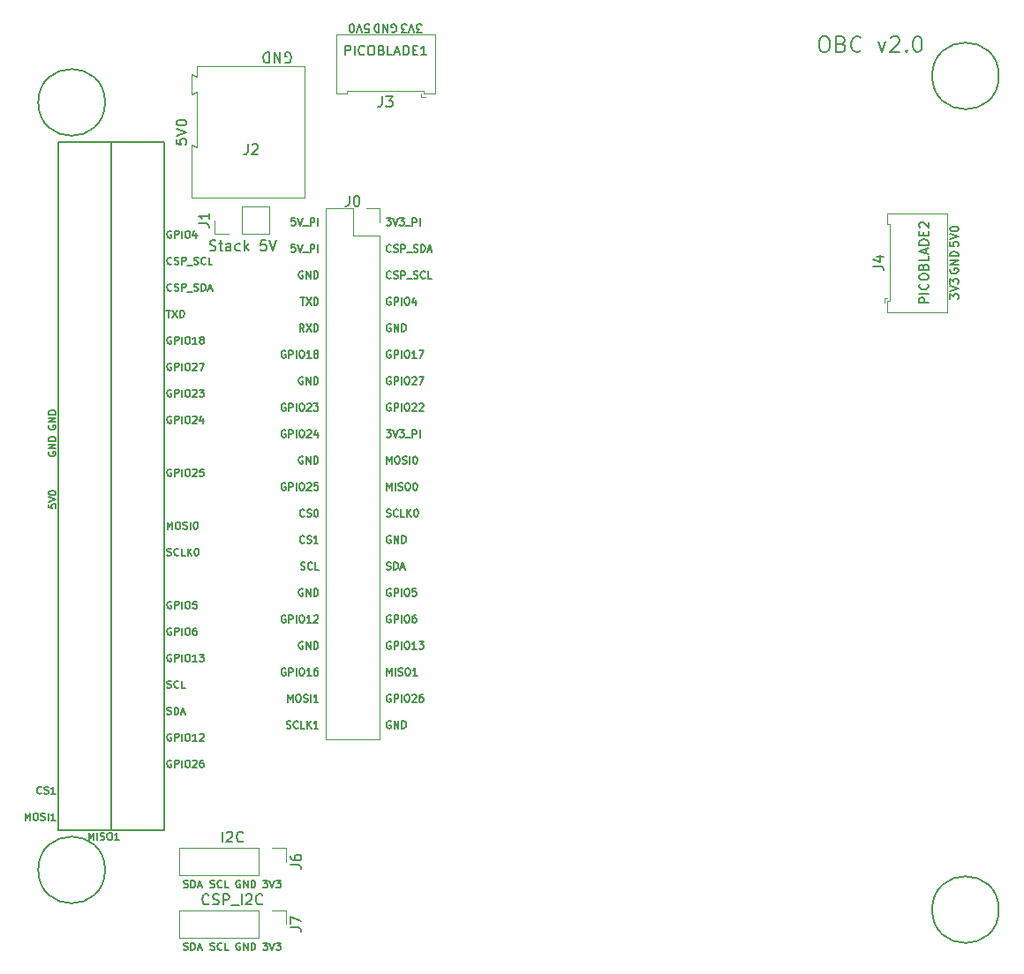
<source format=gto>
G04 #@! TF.GenerationSoftware,KiCad,Pcbnew,6.0.0-unknown-da645c5~86~ubuntu18.04.1*
G04 #@! TF.CreationDate,2019-07-12T17:08:20-04:00*
G04 #@! TF.ProjectId,OBC,4f42432e-6b69-4636-9164-5f7063625858,rev?*
G04 #@! TF.SameCoordinates,Original*
G04 #@! TF.FileFunction,Legend,Top*
G04 #@! TF.FilePolarity,Positive*
%FSLAX46Y46*%
G04 Gerber Fmt 4.6, Leading zero omitted, Abs format (unit mm)*
G04 Created by KiCad (PCBNEW 6.0.0-unknown-da645c5~86~ubuntu18.04.1) date 2019-07-12 17:08:20*
%MOMM*%
%LPD*%
G04 APERTURE LIST*
%ADD10C,0.150000*%
%ADD11C,0.200000*%
%ADD12C,0.120000*%
G04 APERTURE END LIST*
D10*
X177461904Y-72815476D02*
X177461904Y-72320238D01*
X177766666Y-72586904D01*
X177766666Y-72472619D01*
X177804761Y-72396428D01*
X177842857Y-72358333D01*
X177919047Y-72320238D01*
X178109523Y-72320238D01*
X178185714Y-72358333D01*
X178223809Y-72396428D01*
X178261904Y-72472619D01*
X178261904Y-72701190D01*
X178223809Y-72777380D01*
X178185714Y-72815476D01*
X177461904Y-72091666D02*
X178261904Y-71825000D01*
X177461904Y-71558333D01*
X177461904Y-71367857D02*
X177461904Y-70872619D01*
X177766666Y-71139285D01*
X177766666Y-71025000D01*
X177804761Y-70948809D01*
X177842857Y-70910714D01*
X177919047Y-70872619D01*
X178109523Y-70872619D01*
X178185714Y-70910714D01*
X178223809Y-70948809D01*
X178261904Y-71025000D01*
X178261904Y-71253571D01*
X178223809Y-71329761D01*
X178185714Y-71367857D01*
X177500000Y-69934523D02*
X177461904Y-70010714D01*
X177461904Y-70125000D01*
X177500000Y-70239285D01*
X177576190Y-70315476D01*
X177652380Y-70353571D01*
X177804761Y-70391666D01*
X177919047Y-70391666D01*
X178071428Y-70353571D01*
X178147619Y-70315476D01*
X178223809Y-70239285D01*
X178261904Y-70125000D01*
X178261904Y-70048809D01*
X178223809Y-69934523D01*
X178185714Y-69896428D01*
X177919047Y-69896428D01*
X177919047Y-70048809D01*
X178261904Y-69553571D02*
X177461904Y-69553571D01*
X178261904Y-69096428D01*
X177461904Y-69096428D01*
X178261904Y-68715476D02*
X177461904Y-68715476D01*
X177461904Y-68525000D01*
X177500000Y-68410714D01*
X177576190Y-68334523D01*
X177652380Y-68296428D01*
X177804761Y-68258333D01*
X177919047Y-68258333D01*
X178071428Y-68296428D01*
X178147619Y-68334523D01*
X178223809Y-68410714D01*
X178261904Y-68525000D01*
X178261904Y-68715476D01*
X177461904Y-67358333D02*
X177461904Y-67739285D01*
X177842857Y-67777380D01*
X177804761Y-67739285D01*
X177766666Y-67663095D01*
X177766666Y-67472619D01*
X177804761Y-67396428D01*
X177842857Y-67358333D01*
X177919047Y-67320238D01*
X178109523Y-67320238D01*
X178185714Y-67358333D01*
X178223809Y-67396428D01*
X178261904Y-67472619D01*
X178261904Y-67663095D01*
X178223809Y-67739285D01*
X178185714Y-67777380D01*
X177461904Y-67091666D02*
X178261904Y-66825000D01*
X177461904Y-66558333D01*
X177461904Y-66139285D02*
X177461904Y-66063095D01*
X177500000Y-65986904D01*
X177538095Y-65948809D01*
X177614285Y-65910714D01*
X177766666Y-65872619D01*
X177957142Y-65872619D01*
X178109523Y-65910714D01*
X178185714Y-65948809D01*
X178223809Y-65986904D01*
X178261904Y-66063095D01*
X178261904Y-66139285D01*
X178223809Y-66215476D01*
X178185714Y-66253571D01*
X178109523Y-66291666D01*
X177957142Y-66329761D01*
X177766666Y-66329761D01*
X177614285Y-66291666D01*
X177538095Y-66253571D01*
X177500000Y-66215476D01*
X177461904Y-66139285D01*
X126815476Y-47238095D02*
X126320238Y-47238095D01*
X126586904Y-46933333D01*
X126472619Y-46933333D01*
X126396428Y-46895238D01*
X126358333Y-46857142D01*
X126320238Y-46780952D01*
X126320238Y-46590476D01*
X126358333Y-46514285D01*
X126396428Y-46476190D01*
X126472619Y-46438095D01*
X126701190Y-46438095D01*
X126777380Y-46476190D01*
X126815476Y-46514285D01*
X126091666Y-47238095D02*
X125825000Y-46438095D01*
X125558333Y-47238095D01*
X125367857Y-47238095D02*
X124872619Y-47238095D01*
X125139285Y-46933333D01*
X125025000Y-46933333D01*
X124948809Y-46895238D01*
X124910714Y-46857142D01*
X124872619Y-46780952D01*
X124872619Y-46590476D01*
X124910714Y-46514285D01*
X124948809Y-46476190D01*
X125025000Y-46438095D01*
X125253571Y-46438095D01*
X125329761Y-46476190D01*
X125367857Y-46514285D01*
X113711904Y-50100000D02*
X113807142Y-50147619D01*
X113950000Y-50147619D01*
X114092857Y-50100000D01*
X114188095Y-50004761D01*
X114235714Y-49909523D01*
X114283333Y-49719047D01*
X114283333Y-49576190D01*
X114235714Y-49385714D01*
X114188095Y-49290476D01*
X114092857Y-49195238D01*
X113950000Y-49147619D01*
X113854761Y-49147619D01*
X113711904Y-49195238D01*
X113664285Y-49242857D01*
X113664285Y-49576190D01*
X113854761Y-49576190D01*
X113235714Y-49147619D02*
X113235714Y-50147619D01*
X112664285Y-49147619D01*
X112664285Y-50147619D01*
X112188095Y-49147619D02*
X112188095Y-50147619D01*
X111950000Y-50147619D01*
X111807142Y-50100000D01*
X111711904Y-50004761D01*
X111664285Y-49909523D01*
X111616666Y-49719047D01*
X111616666Y-49576190D01*
X111664285Y-49385714D01*
X111711904Y-49290476D01*
X111807142Y-49195238D01*
X111950000Y-49147619D01*
X112188095Y-49147619D01*
X103252380Y-57466666D02*
X103252380Y-57942857D01*
X103728571Y-57990476D01*
X103680952Y-57942857D01*
X103633333Y-57847619D01*
X103633333Y-57609523D01*
X103680952Y-57514285D01*
X103728571Y-57466666D01*
X103823809Y-57419047D01*
X104061904Y-57419047D01*
X104157142Y-57466666D01*
X104204761Y-57514285D01*
X104252380Y-57609523D01*
X104252380Y-57847619D01*
X104204761Y-57942857D01*
X104157142Y-57990476D01*
X103252380Y-57133333D02*
X104252380Y-56800000D01*
X103252380Y-56466666D01*
X103252380Y-55942857D02*
X103252380Y-55847619D01*
X103300000Y-55752380D01*
X103347619Y-55704761D01*
X103442857Y-55657142D01*
X103633333Y-55609523D01*
X103871428Y-55609523D01*
X104061904Y-55657142D01*
X104157142Y-55704761D01*
X104204761Y-55752380D01*
X104252380Y-55847619D01*
X104252380Y-55942857D01*
X104204761Y-56038095D01*
X104157142Y-56085714D01*
X104061904Y-56133333D01*
X103871428Y-56180952D01*
X103633333Y-56180952D01*
X103442857Y-56133333D01*
X103347619Y-56085714D01*
X103300000Y-56038095D01*
X103252380Y-55942857D01*
X103980000Y-129258333D02*
X104080000Y-129291666D01*
X104246666Y-129291666D01*
X104313333Y-129258333D01*
X104346666Y-129225000D01*
X104380000Y-129158333D01*
X104380000Y-129091666D01*
X104346666Y-129025000D01*
X104313333Y-128991666D01*
X104246666Y-128958333D01*
X104113333Y-128925000D01*
X104046666Y-128891666D01*
X104013333Y-128858333D01*
X103980000Y-128791666D01*
X103980000Y-128725000D01*
X104013333Y-128658333D01*
X104046666Y-128625000D01*
X104113333Y-128591666D01*
X104280000Y-128591666D01*
X104380000Y-128625000D01*
X104680000Y-129291666D02*
X104680000Y-128591666D01*
X104846666Y-128591666D01*
X104946666Y-128625000D01*
X105013333Y-128691666D01*
X105046666Y-128758333D01*
X105080000Y-128891666D01*
X105080000Y-128991666D01*
X105046666Y-129125000D01*
X105013333Y-129191666D01*
X104946666Y-129258333D01*
X104846666Y-129291666D01*
X104680000Y-129291666D01*
X105346666Y-129091666D02*
X105680000Y-129091666D01*
X105280000Y-129291666D02*
X105513333Y-128591666D01*
X105746666Y-129291666D01*
X106536666Y-129258333D02*
X106636666Y-129291666D01*
X106803333Y-129291666D01*
X106870000Y-129258333D01*
X106903333Y-129225000D01*
X106936666Y-129158333D01*
X106936666Y-129091666D01*
X106903333Y-129025000D01*
X106870000Y-128991666D01*
X106803333Y-128958333D01*
X106670000Y-128925000D01*
X106603333Y-128891666D01*
X106570000Y-128858333D01*
X106536666Y-128791666D01*
X106536666Y-128725000D01*
X106570000Y-128658333D01*
X106603333Y-128625000D01*
X106670000Y-128591666D01*
X106836666Y-128591666D01*
X106936666Y-128625000D01*
X107636666Y-129225000D02*
X107603333Y-129258333D01*
X107503333Y-129291666D01*
X107436666Y-129291666D01*
X107336666Y-129258333D01*
X107270000Y-129191666D01*
X107236666Y-129125000D01*
X107203333Y-128991666D01*
X107203333Y-128891666D01*
X107236666Y-128758333D01*
X107270000Y-128691666D01*
X107336666Y-128625000D01*
X107436666Y-128591666D01*
X107503333Y-128591666D01*
X107603333Y-128625000D01*
X107636666Y-128658333D01*
X108270000Y-129291666D02*
X107936666Y-129291666D01*
X107936666Y-128591666D01*
X109376666Y-128625000D02*
X109310000Y-128591666D01*
X109210000Y-128591666D01*
X109110000Y-128625000D01*
X109043333Y-128691666D01*
X109010000Y-128758333D01*
X108976666Y-128891666D01*
X108976666Y-128991666D01*
X109010000Y-129125000D01*
X109043333Y-129191666D01*
X109110000Y-129258333D01*
X109210000Y-129291666D01*
X109276666Y-129291666D01*
X109376666Y-129258333D01*
X109410000Y-129225000D01*
X109410000Y-128991666D01*
X109276666Y-128991666D01*
X109710000Y-129291666D02*
X109710000Y-128591666D01*
X110110000Y-129291666D01*
X110110000Y-128591666D01*
X110443333Y-129291666D02*
X110443333Y-128591666D01*
X110610000Y-128591666D01*
X110710000Y-128625000D01*
X110776666Y-128691666D01*
X110810000Y-128758333D01*
X110843333Y-128891666D01*
X110843333Y-128991666D01*
X110810000Y-129125000D01*
X110776666Y-129191666D01*
X110710000Y-129258333D01*
X110610000Y-129291666D01*
X110443333Y-129291666D01*
X111583333Y-128591666D02*
X112016666Y-128591666D01*
X111783333Y-128858333D01*
X111883333Y-128858333D01*
X111950000Y-128891666D01*
X111983333Y-128925000D01*
X112016666Y-128991666D01*
X112016666Y-129158333D01*
X111983333Y-129225000D01*
X111950000Y-129258333D01*
X111883333Y-129291666D01*
X111683333Y-129291666D01*
X111616666Y-129258333D01*
X111583333Y-129225000D01*
X112216666Y-128591666D02*
X112450000Y-129291666D01*
X112683333Y-128591666D01*
X112850000Y-128591666D02*
X113283333Y-128591666D01*
X113050000Y-128858333D01*
X113150000Y-128858333D01*
X113216666Y-128891666D01*
X113250000Y-128925000D01*
X113283333Y-128991666D01*
X113283333Y-129158333D01*
X113250000Y-129225000D01*
X113216666Y-129258333D01*
X113150000Y-129291666D01*
X112950000Y-129291666D01*
X112883333Y-129258333D01*
X112850000Y-129225000D01*
X107663809Y-124927380D02*
X107663809Y-123927380D01*
X108092380Y-124022619D02*
X108140000Y-123975000D01*
X108235238Y-123927380D01*
X108473333Y-123927380D01*
X108568571Y-123975000D01*
X108616190Y-124022619D01*
X108663809Y-124117857D01*
X108663809Y-124213095D01*
X108616190Y-124355952D01*
X108044761Y-124927380D01*
X108663809Y-124927380D01*
X109663809Y-124832142D02*
X109616190Y-124879761D01*
X109473333Y-124927380D01*
X109378095Y-124927380D01*
X109235238Y-124879761D01*
X109140000Y-124784523D01*
X109092380Y-124689285D01*
X109044761Y-124498809D01*
X109044761Y-124355952D01*
X109092380Y-124165476D01*
X109140000Y-124070238D01*
X109235238Y-123975000D01*
X109378095Y-123927380D01*
X109473333Y-123927380D01*
X109616190Y-123975000D01*
X109663809Y-124022619D01*
X106378095Y-130832142D02*
X106330476Y-130879761D01*
X106187619Y-130927380D01*
X106092380Y-130927380D01*
X105949523Y-130879761D01*
X105854285Y-130784523D01*
X105806666Y-130689285D01*
X105759047Y-130498809D01*
X105759047Y-130355952D01*
X105806666Y-130165476D01*
X105854285Y-130070238D01*
X105949523Y-129975000D01*
X106092380Y-129927380D01*
X106187619Y-129927380D01*
X106330476Y-129975000D01*
X106378095Y-130022619D01*
X106759047Y-130879761D02*
X106901904Y-130927380D01*
X107140000Y-130927380D01*
X107235238Y-130879761D01*
X107282857Y-130832142D01*
X107330476Y-130736904D01*
X107330476Y-130641666D01*
X107282857Y-130546428D01*
X107235238Y-130498809D01*
X107140000Y-130451190D01*
X106949523Y-130403571D01*
X106854285Y-130355952D01*
X106806666Y-130308333D01*
X106759047Y-130213095D01*
X106759047Y-130117857D01*
X106806666Y-130022619D01*
X106854285Y-129975000D01*
X106949523Y-129927380D01*
X107187619Y-129927380D01*
X107330476Y-129975000D01*
X107759047Y-130927380D02*
X107759047Y-129927380D01*
X108140000Y-129927380D01*
X108235238Y-129975000D01*
X108282857Y-130022619D01*
X108330476Y-130117857D01*
X108330476Y-130260714D01*
X108282857Y-130355952D01*
X108235238Y-130403571D01*
X108140000Y-130451190D01*
X107759047Y-130451190D01*
X108520952Y-131022619D02*
X109282857Y-131022619D01*
X109520952Y-130927380D02*
X109520952Y-129927380D01*
X109949523Y-130022619D02*
X109997142Y-129975000D01*
X110092380Y-129927380D01*
X110330476Y-129927380D01*
X110425714Y-129975000D01*
X110473333Y-130022619D01*
X110520952Y-130117857D01*
X110520952Y-130213095D01*
X110473333Y-130355952D01*
X109901904Y-130927380D01*
X110520952Y-130927380D01*
X111520952Y-130832142D02*
X111473333Y-130879761D01*
X111330476Y-130927380D01*
X111235238Y-130927380D01*
X111092380Y-130879761D01*
X110997142Y-130784523D01*
X110949523Y-130689285D01*
X110901904Y-130498809D01*
X110901904Y-130355952D01*
X110949523Y-130165476D01*
X110997142Y-130070238D01*
X111092380Y-129975000D01*
X111235238Y-129927380D01*
X111330476Y-129927380D01*
X111473333Y-129975000D01*
X111520952Y-130022619D01*
X103980000Y-135258333D02*
X104080000Y-135291666D01*
X104246666Y-135291666D01*
X104313333Y-135258333D01*
X104346666Y-135225000D01*
X104380000Y-135158333D01*
X104380000Y-135091666D01*
X104346666Y-135025000D01*
X104313333Y-134991666D01*
X104246666Y-134958333D01*
X104113333Y-134925000D01*
X104046666Y-134891666D01*
X104013333Y-134858333D01*
X103980000Y-134791666D01*
X103980000Y-134725000D01*
X104013333Y-134658333D01*
X104046666Y-134625000D01*
X104113333Y-134591666D01*
X104280000Y-134591666D01*
X104380000Y-134625000D01*
X104680000Y-135291666D02*
X104680000Y-134591666D01*
X104846666Y-134591666D01*
X104946666Y-134625000D01*
X105013333Y-134691666D01*
X105046666Y-134758333D01*
X105080000Y-134891666D01*
X105080000Y-134991666D01*
X105046666Y-135125000D01*
X105013333Y-135191666D01*
X104946666Y-135258333D01*
X104846666Y-135291666D01*
X104680000Y-135291666D01*
X105346666Y-135091666D02*
X105680000Y-135091666D01*
X105280000Y-135291666D02*
X105513333Y-134591666D01*
X105746666Y-135291666D01*
X106536666Y-135258333D02*
X106636666Y-135291666D01*
X106803333Y-135291666D01*
X106870000Y-135258333D01*
X106903333Y-135225000D01*
X106936666Y-135158333D01*
X106936666Y-135091666D01*
X106903333Y-135025000D01*
X106870000Y-134991666D01*
X106803333Y-134958333D01*
X106670000Y-134925000D01*
X106603333Y-134891666D01*
X106570000Y-134858333D01*
X106536666Y-134791666D01*
X106536666Y-134725000D01*
X106570000Y-134658333D01*
X106603333Y-134625000D01*
X106670000Y-134591666D01*
X106836666Y-134591666D01*
X106936666Y-134625000D01*
X107636666Y-135225000D02*
X107603333Y-135258333D01*
X107503333Y-135291666D01*
X107436666Y-135291666D01*
X107336666Y-135258333D01*
X107270000Y-135191666D01*
X107236666Y-135125000D01*
X107203333Y-134991666D01*
X107203333Y-134891666D01*
X107236666Y-134758333D01*
X107270000Y-134691666D01*
X107336666Y-134625000D01*
X107436666Y-134591666D01*
X107503333Y-134591666D01*
X107603333Y-134625000D01*
X107636666Y-134658333D01*
X108270000Y-135291666D02*
X107936666Y-135291666D01*
X107936666Y-134591666D01*
X109376666Y-134625000D02*
X109310000Y-134591666D01*
X109210000Y-134591666D01*
X109110000Y-134625000D01*
X109043333Y-134691666D01*
X109010000Y-134758333D01*
X108976666Y-134891666D01*
X108976666Y-134991666D01*
X109010000Y-135125000D01*
X109043333Y-135191666D01*
X109110000Y-135258333D01*
X109210000Y-135291666D01*
X109276666Y-135291666D01*
X109376666Y-135258333D01*
X109410000Y-135225000D01*
X109410000Y-134991666D01*
X109276666Y-134991666D01*
X109710000Y-135291666D02*
X109710000Y-134591666D01*
X110110000Y-135291666D01*
X110110000Y-134591666D01*
X110443333Y-135291666D02*
X110443333Y-134591666D01*
X110610000Y-134591666D01*
X110710000Y-134625000D01*
X110776666Y-134691666D01*
X110810000Y-134758333D01*
X110843333Y-134891666D01*
X110843333Y-134991666D01*
X110810000Y-135125000D01*
X110776666Y-135191666D01*
X110710000Y-135258333D01*
X110610000Y-135291666D01*
X110443333Y-135291666D01*
X111583333Y-134591666D02*
X112016666Y-134591666D01*
X111783333Y-134858333D01*
X111883333Y-134858333D01*
X111950000Y-134891666D01*
X111983333Y-134925000D01*
X112016666Y-134991666D01*
X112016666Y-135158333D01*
X111983333Y-135225000D01*
X111950000Y-135258333D01*
X111883333Y-135291666D01*
X111683333Y-135291666D01*
X111616666Y-135258333D01*
X111583333Y-135225000D01*
X112216666Y-134591666D02*
X112450000Y-135291666D01*
X112683333Y-134591666D01*
X112850000Y-134591666D02*
X113283333Y-134591666D01*
X113050000Y-134858333D01*
X113150000Y-134858333D01*
X113216666Y-134891666D01*
X113250000Y-134925000D01*
X113283333Y-134991666D01*
X113283333Y-135158333D01*
X113250000Y-135225000D01*
X113216666Y-135258333D01*
X113150000Y-135291666D01*
X112950000Y-135291666D01*
X112883333Y-135258333D01*
X112850000Y-135225000D01*
X121358333Y-47238095D02*
X121739285Y-47238095D01*
X121777380Y-46857142D01*
X121739285Y-46895238D01*
X121663095Y-46933333D01*
X121472619Y-46933333D01*
X121396428Y-46895238D01*
X121358333Y-46857142D01*
X121320238Y-46780952D01*
X121320238Y-46590476D01*
X121358333Y-46514285D01*
X121396428Y-46476190D01*
X121472619Y-46438095D01*
X121663095Y-46438095D01*
X121739285Y-46476190D01*
X121777380Y-46514285D01*
X121091666Y-47238095D02*
X120825000Y-46438095D01*
X120558333Y-47238095D01*
X120139285Y-47238095D02*
X120063095Y-47238095D01*
X119986904Y-47200000D01*
X119948809Y-47161904D01*
X119910714Y-47085714D01*
X119872619Y-46933333D01*
X119872619Y-46742857D01*
X119910714Y-46590476D01*
X119948809Y-46514285D01*
X119986904Y-46476190D01*
X120063095Y-46438095D01*
X120139285Y-46438095D01*
X120215476Y-46476190D01*
X120253571Y-46514285D01*
X120291666Y-46590476D01*
X120329761Y-46742857D01*
X120329761Y-46933333D01*
X120291666Y-47085714D01*
X120253571Y-47161904D01*
X120215476Y-47200000D01*
X120139285Y-47238095D01*
X123934523Y-47200000D02*
X124010714Y-47238095D01*
X124125000Y-47238095D01*
X124239285Y-47200000D01*
X124315476Y-47123809D01*
X124353571Y-47047619D01*
X124391666Y-46895238D01*
X124391666Y-46780952D01*
X124353571Y-46628571D01*
X124315476Y-46552380D01*
X124239285Y-46476190D01*
X124125000Y-46438095D01*
X124048809Y-46438095D01*
X123934523Y-46476190D01*
X123896428Y-46514285D01*
X123896428Y-46780952D01*
X124048809Y-46780952D01*
X123553571Y-46438095D02*
X123553571Y-47238095D01*
X123096428Y-46438095D01*
X123096428Y-47238095D01*
X122715476Y-46438095D02*
X122715476Y-47238095D01*
X122525000Y-47238095D01*
X122410714Y-47200000D01*
X122334523Y-47123809D01*
X122296428Y-47047619D01*
X122258333Y-46895238D01*
X122258333Y-46780952D01*
X122296428Y-46628571D01*
X122334523Y-46552380D01*
X122410714Y-46476190D01*
X122525000Y-46438095D01*
X122715476Y-46438095D01*
D11*
X165278571Y-47628571D02*
X165564285Y-47628571D01*
X165707142Y-47700000D01*
X165850000Y-47842857D01*
X165921428Y-48128571D01*
X165921428Y-48628571D01*
X165850000Y-48914285D01*
X165707142Y-49057142D01*
X165564285Y-49128571D01*
X165278571Y-49128571D01*
X165135714Y-49057142D01*
X164992857Y-48914285D01*
X164921428Y-48628571D01*
X164921428Y-48128571D01*
X164992857Y-47842857D01*
X165135714Y-47700000D01*
X165278571Y-47628571D01*
X167064285Y-48342857D02*
X167278571Y-48414285D01*
X167350000Y-48485714D01*
X167421428Y-48628571D01*
X167421428Y-48842857D01*
X167350000Y-48985714D01*
X167278571Y-49057142D01*
X167135714Y-49128571D01*
X166564285Y-49128571D01*
X166564285Y-47628571D01*
X167064285Y-47628571D01*
X167207142Y-47700000D01*
X167278571Y-47771428D01*
X167350000Y-47914285D01*
X167350000Y-48057142D01*
X167278571Y-48200000D01*
X167207142Y-48271428D01*
X167064285Y-48342857D01*
X166564285Y-48342857D01*
X168921428Y-48985714D02*
X168850000Y-49057142D01*
X168635714Y-49128571D01*
X168492857Y-49128571D01*
X168278571Y-49057142D01*
X168135714Y-48914285D01*
X168064285Y-48771428D01*
X167992857Y-48485714D01*
X167992857Y-48271428D01*
X168064285Y-47985714D01*
X168135714Y-47842857D01*
X168278571Y-47700000D01*
X168492857Y-47628571D01*
X168635714Y-47628571D01*
X168850000Y-47700000D01*
X168921428Y-47771428D01*
X170564285Y-48128571D02*
X170921428Y-49128571D01*
X171278571Y-48128571D01*
X171778571Y-47771428D02*
X171850000Y-47700000D01*
X171992857Y-47628571D01*
X172350000Y-47628571D01*
X172492857Y-47700000D01*
X172564285Y-47771428D01*
X172635714Y-47914285D01*
X172635714Y-48057142D01*
X172564285Y-48271428D01*
X171707142Y-49128571D01*
X172635714Y-49128571D01*
X173278571Y-48985714D02*
X173350000Y-49057142D01*
X173278571Y-49128571D01*
X173207142Y-49057142D01*
X173278571Y-48985714D01*
X173278571Y-49128571D01*
X174278571Y-47628571D02*
X174421428Y-47628571D01*
X174564285Y-47700000D01*
X174635714Y-47771428D01*
X174707142Y-47914285D01*
X174778571Y-48200000D01*
X174778571Y-48557142D01*
X174707142Y-48842857D01*
X174635714Y-48985714D01*
X174564285Y-49057142D01*
X174421428Y-49128571D01*
X174278571Y-49128571D01*
X174135714Y-49057142D01*
X174064285Y-48985714D01*
X173992857Y-48842857D01*
X173921428Y-48557142D01*
X173921428Y-48200000D01*
X173992857Y-47914285D01*
X174064285Y-47771428D01*
X174135714Y-47700000D01*
X174278571Y-47628571D01*
D10*
X123397500Y-85376666D02*
X123830833Y-85376666D01*
X123597500Y-85643333D01*
X123697500Y-85643333D01*
X123764166Y-85676666D01*
X123797500Y-85710000D01*
X123830833Y-85776666D01*
X123830833Y-85943333D01*
X123797500Y-86010000D01*
X123764166Y-86043333D01*
X123697500Y-86076666D01*
X123497500Y-86076666D01*
X123430833Y-86043333D01*
X123397500Y-86010000D01*
X124030833Y-85376666D02*
X124264166Y-86076666D01*
X124497500Y-85376666D01*
X124664166Y-85376666D02*
X125097500Y-85376666D01*
X124864166Y-85643333D01*
X124964166Y-85643333D01*
X125030833Y-85676666D01*
X125064166Y-85710000D01*
X125097500Y-85776666D01*
X125097500Y-85943333D01*
X125064166Y-86010000D01*
X125030833Y-86043333D01*
X124964166Y-86076666D01*
X124764166Y-86076666D01*
X124697500Y-86043333D01*
X124664166Y-86010000D01*
X125230833Y-86143333D02*
X125764166Y-86143333D01*
X125930833Y-86076666D02*
X125930833Y-85376666D01*
X126197500Y-85376666D01*
X126264166Y-85410000D01*
X126297500Y-85443333D01*
X126330833Y-85510000D01*
X126330833Y-85610000D01*
X126297500Y-85676666D01*
X126264166Y-85710000D01*
X126197500Y-85743333D01*
X125930833Y-85743333D01*
X126630833Y-86076666D02*
X126630833Y-85376666D01*
X123830833Y-113350000D02*
X123764166Y-113316666D01*
X123664166Y-113316666D01*
X123564166Y-113350000D01*
X123497500Y-113416666D01*
X123464166Y-113483333D01*
X123430833Y-113616666D01*
X123430833Y-113716666D01*
X123464166Y-113850000D01*
X123497500Y-113916666D01*
X123564166Y-113983333D01*
X123664166Y-114016666D01*
X123730833Y-114016666D01*
X123830833Y-113983333D01*
X123864166Y-113950000D01*
X123864166Y-113716666D01*
X123730833Y-113716666D01*
X124164166Y-114016666D02*
X124164166Y-113316666D01*
X124564166Y-114016666D01*
X124564166Y-113316666D01*
X124897500Y-114016666D02*
X124897500Y-113316666D01*
X125064166Y-113316666D01*
X125164166Y-113350000D01*
X125230833Y-113416666D01*
X125264166Y-113483333D01*
X125297500Y-113616666D01*
X125297500Y-113716666D01*
X125264166Y-113850000D01*
X125230833Y-113916666D01*
X125164166Y-113983333D01*
X125064166Y-114016666D01*
X124897500Y-114016666D01*
X123830833Y-110810000D02*
X123764166Y-110776666D01*
X123664166Y-110776666D01*
X123564166Y-110810000D01*
X123497500Y-110876666D01*
X123464166Y-110943333D01*
X123430833Y-111076666D01*
X123430833Y-111176666D01*
X123464166Y-111310000D01*
X123497500Y-111376666D01*
X123564166Y-111443333D01*
X123664166Y-111476666D01*
X123730833Y-111476666D01*
X123830833Y-111443333D01*
X123864166Y-111410000D01*
X123864166Y-111176666D01*
X123730833Y-111176666D01*
X124164166Y-111476666D02*
X124164166Y-110776666D01*
X124430833Y-110776666D01*
X124497500Y-110810000D01*
X124530833Y-110843333D01*
X124564166Y-110910000D01*
X124564166Y-111010000D01*
X124530833Y-111076666D01*
X124497500Y-111110000D01*
X124430833Y-111143333D01*
X124164166Y-111143333D01*
X124864166Y-111476666D02*
X124864166Y-110776666D01*
X125330833Y-110776666D02*
X125464166Y-110776666D01*
X125530833Y-110810000D01*
X125597500Y-110876666D01*
X125630833Y-111010000D01*
X125630833Y-111243333D01*
X125597500Y-111376666D01*
X125530833Y-111443333D01*
X125464166Y-111476666D01*
X125330833Y-111476666D01*
X125264166Y-111443333D01*
X125197500Y-111376666D01*
X125164166Y-111243333D01*
X125164166Y-111010000D01*
X125197500Y-110876666D01*
X125264166Y-110810000D01*
X125330833Y-110776666D01*
X125897500Y-110843333D02*
X125930833Y-110810000D01*
X125997500Y-110776666D01*
X126164166Y-110776666D01*
X126230833Y-110810000D01*
X126264166Y-110843333D01*
X126297500Y-110910000D01*
X126297500Y-110976666D01*
X126264166Y-111076666D01*
X125864166Y-111476666D01*
X126297500Y-111476666D01*
X126897500Y-110776666D02*
X126764166Y-110776666D01*
X126697500Y-110810000D01*
X126664166Y-110843333D01*
X126597500Y-110943333D01*
X126564166Y-111076666D01*
X126564166Y-111343333D01*
X126597500Y-111410000D01*
X126630833Y-111443333D01*
X126697500Y-111476666D01*
X126830833Y-111476666D01*
X126897500Y-111443333D01*
X126930833Y-111410000D01*
X126964166Y-111343333D01*
X126964166Y-111176666D01*
X126930833Y-111110000D01*
X126897500Y-111076666D01*
X126830833Y-111043333D01*
X126697500Y-111043333D01*
X126630833Y-111076666D01*
X126597500Y-111110000D01*
X126564166Y-111176666D01*
X123464166Y-108936666D02*
X123464166Y-108236666D01*
X123697500Y-108736666D01*
X123930833Y-108236666D01*
X123930833Y-108936666D01*
X124264166Y-108936666D02*
X124264166Y-108236666D01*
X124564166Y-108903333D02*
X124664166Y-108936666D01*
X124830833Y-108936666D01*
X124897500Y-108903333D01*
X124930833Y-108870000D01*
X124964166Y-108803333D01*
X124964166Y-108736666D01*
X124930833Y-108670000D01*
X124897500Y-108636666D01*
X124830833Y-108603333D01*
X124697500Y-108570000D01*
X124630833Y-108536666D01*
X124597500Y-108503333D01*
X124564166Y-108436666D01*
X124564166Y-108370000D01*
X124597500Y-108303333D01*
X124630833Y-108270000D01*
X124697500Y-108236666D01*
X124864166Y-108236666D01*
X124964166Y-108270000D01*
X125397500Y-108236666D02*
X125530833Y-108236666D01*
X125597500Y-108270000D01*
X125664166Y-108336666D01*
X125697500Y-108470000D01*
X125697500Y-108703333D01*
X125664166Y-108836666D01*
X125597500Y-108903333D01*
X125530833Y-108936666D01*
X125397500Y-108936666D01*
X125330833Y-108903333D01*
X125264166Y-108836666D01*
X125230833Y-108703333D01*
X125230833Y-108470000D01*
X125264166Y-108336666D01*
X125330833Y-108270000D01*
X125397500Y-108236666D01*
X126364166Y-108936666D02*
X125964166Y-108936666D01*
X126164166Y-108936666D02*
X126164166Y-108236666D01*
X126097500Y-108336666D01*
X126030833Y-108403333D01*
X125964166Y-108436666D01*
X123830833Y-105730000D02*
X123764166Y-105696666D01*
X123664166Y-105696666D01*
X123564166Y-105730000D01*
X123497500Y-105796666D01*
X123464166Y-105863333D01*
X123430833Y-105996666D01*
X123430833Y-106096666D01*
X123464166Y-106230000D01*
X123497500Y-106296666D01*
X123564166Y-106363333D01*
X123664166Y-106396666D01*
X123730833Y-106396666D01*
X123830833Y-106363333D01*
X123864166Y-106330000D01*
X123864166Y-106096666D01*
X123730833Y-106096666D01*
X124164166Y-106396666D02*
X124164166Y-105696666D01*
X124430833Y-105696666D01*
X124497500Y-105730000D01*
X124530833Y-105763333D01*
X124564166Y-105830000D01*
X124564166Y-105930000D01*
X124530833Y-105996666D01*
X124497500Y-106030000D01*
X124430833Y-106063333D01*
X124164166Y-106063333D01*
X124864166Y-106396666D02*
X124864166Y-105696666D01*
X125330833Y-105696666D02*
X125464166Y-105696666D01*
X125530833Y-105730000D01*
X125597500Y-105796666D01*
X125630833Y-105930000D01*
X125630833Y-106163333D01*
X125597500Y-106296666D01*
X125530833Y-106363333D01*
X125464166Y-106396666D01*
X125330833Y-106396666D01*
X125264166Y-106363333D01*
X125197500Y-106296666D01*
X125164166Y-106163333D01*
X125164166Y-105930000D01*
X125197500Y-105796666D01*
X125264166Y-105730000D01*
X125330833Y-105696666D01*
X126297500Y-106396666D02*
X125897500Y-106396666D01*
X126097500Y-106396666D02*
X126097500Y-105696666D01*
X126030833Y-105796666D01*
X125964166Y-105863333D01*
X125897500Y-105896666D01*
X126530833Y-105696666D02*
X126964166Y-105696666D01*
X126730833Y-105963333D01*
X126830833Y-105963333D01*
X126897500Y-105996666D01*
X126930833Y-106030000D01*
X126964166Y-106096666D01*
X126964166Y-106263333D01*
X126930833Y-106330000D01*
X126897500Y-106363333D01*
X126830833Y-106396666D01*
X126630833Y-106396666D01*
X126564166Y-106363333D01*
X126530833Y-106330000D01*
X123830833Y-103190000D02*
X123764166Y-103156666D01*
X123664166Y-103156666D01*
X123564166Y-103190000D01*
X123497500Y-103256666D01*
X123464166Y-103323333D01*
X123430833Y-103456666D01*
X123430833Y-103556666D01*
X123464166Y-103690000D01*
X123497500Y-103756666D01*
X123564166Y-103823333D01*
X123664166Y-103856666D01*
X123730833Y-103856666D01*
X123830833Y-103823333D01*
X123864166Y-103790000D01*
X123864166Y-103556666D01*
X123730833Y-103556666D01*
X124164166Y-103856666D02*
X124164166Y-103156666D01*
X124430833Y-103156666D01*
X124497500Y-103190000D01*
X124530833Y-103223333D01*
X124564166Y-103290000D01*
X124564166Y-103390000D01*
X124530833Y-103456666D01*
X124497500Y-103490000D01*
X124430833Y-103523333D01*
X124164166Y-103523333D01*
X124864166Y-103856666D02*
X124864166Y-103156666D01*
X125330833Y-103156666D02*
X125464166Y-103156666D01*
X125530833Y-103190000D01*
X125597500Y-103256666D01*
X125630833Y-103390000D01*
X125630833Y-103623333D01*
X125597500Y-103756666D01*
X125530833Y-103823333D01*
X125464166Y-103856666D01*
X125330833Y-103856666D01*
X125264166Y-103823333D01*
X125197500Y-103756666D01*
X125164166Y-103623333D01*
X125164166Y-103390000D01*
X125197500Y-103256666D01*
X125264166Y-103190000D01*
X125330833Y-103156666D01*
X126230833Y-103156666D02*
X126097500Y-103156666D01*
X126030833Y-103190000D01*
X125997500Y-103223333D01*
X125930833Y-103323333D01*
X125897500Y-103456666D01*
X125897500Y-103723333D01*
X125930833Y-103790000D01*
X125964166Y-103823333D01*
X126030833Y-103856666D01*
X126164166Y-103856666D01*
X126230833Y-103823333D01*
X126264166Y-103790000D01*
X126297500Y-103723333D01*
X126297500Y-103556666D01*
X126264166Y-103490000D01*
X126230833Y-103456666D01*
X126164166Y-103423333D01*
X126030833Y-103423333D01*
X125964166Y-103456666D01*
X125930833Y-103490000D01*
X125897500Y-103556666D01*
X123830833Y-100650000D02*
X123764166Y-100616666D01*
X123664166Y-100616666D01*
X123564166Y-100650000D01*
X123497500Y-100716666D01*
X123464166Y-100783333D01*
X123430833Y-100916666D01*
X123430833Y-101016666D01*
X123464166Y-101150000D01*
X123497500Y-101216666D01*
X123564166Y-101283333D01*
X123664166Y-101316666D01*
X123730833Y-101316666D01*
X123830833Y-101283333D01*
X123864166Y-101250000D01*
X123864166Y-101016666D01*
X123730833Y-101016666D01*
X124164166Y-101316666D02*
X124164166Y-100616666D01*
X124430833Y-100616666D01*
X124497500Y-100650000D01*
X124530833Y-100683333D01*
X124564166Y-100750000D01*
X124564166Y-100850000D01*
X124530833Y-100916666D01*
X124497500Y-100950000D01*
X124430833Y-100983333D01*
X124164166Y-100983333D01*
X124864166Y-101316666D02*
X124864166Y-100616666D01*
X125330833Y-100616666D02*
X125464166Y-100616666D01*
X125530833Y-100650000D01*
X125597500Y-100716666D01*
X125630833Y-100850000D01*
X125630833Y-101083333D01*
X125597500Y-101216666D01*
X125530833Y-101283333D01*
X125464166Y-101316666D01*
X125330833Y-101316666D01*
X125264166Y-101283333D01*
X125197500Y-101216666D01*
X125164166Y-101083333D01*
X125164166Y-100850000D01*
X125197500Y-100716666D01*
X125264166Y-100650000D01*
X125330833Y-100616666D01*
X126264166Y-100616666D02*
X125930833Y-100616666D01*
X125897500Y-100950000D01*
X125930833Y-100916666D01*
X125997500Y-100883333D01*
X126164166Y-100883333D01*
X126230833Y-100916666D01*
X126264166Y-100950000D01*
X126297500Y-101016666D01*
X126297500Y-101183333D01*
X126264166Y-101250000D01*
X126230833Y-101283333D01*
X126164166Y-101316666D01*
X125997500Y-101316666D01*
X125930833Y-101283333D01*
X125897500Y-101250000D01*
X123430833Y-98743333D02*
X123530833Y-98776666D01*
X123697500Y-98776666D01*
X123764166Y-98743333D01*
X123797500Y-98710000D01*
X123830833Y-98643333D01*
X123830833Y-98576666D01*
X123797500Y-98510000D01*
X123764166Y-98476666D01*
X123697500Y-98443333D01*
X123564166Y-98410000D01*
X123497500Y-98376666D01*
X123464166Y-98343333D01*
X123430833Y-98276666D01*
X123430833Y-98210000D01*
X123464166Y-98143333D01*
X123497500Y-98110000D01*
X123564166Y-98076666D01*
X123730833Y-98076666D01*
X123830833Y-98110000D01*
X124130833Y-98776666D02*
X124130833Y-98076666D01*
X124297500Y-98076666D01*
X124397500Y-98110000D01*
X124464166Y-98176666D01*
X124497500Y-98243333D01*
X124530833Y-98376666D01*
X124530833Y-98476666D01*
X124497500Y-98610000D01*
X124464166Y-98676666D01*
X124397500Y-98743333D01*
X124297500Y-98776666D01*
X124130833Y-98776666D01*
X124797500Y-98576666D02*
X125130833Y-98576666D01*
X124730833Y-98776666D02*
X124964166Y-98076666D01*
X125197500Y-98776666D01*
X123830833Y-95570000D02*
X123764166Y-95536666D01*
X123664166Y-95536666D01*
X123564166Y-95570000D01*
X123497500Y-95636666D01*
X123464166Y-95703333D01*
X123430833Y-95836666D01*
X123430833Y-95936666D01*
X123464166Y-96070000D01*
X123497500Y-96136666D01*
X123564166Y-96203333D01*
X123664166Y-96236666D01*
X123730833Y-96236666D01*
X123830833Y-96203333D01*
X123864166Y-96170000D01*
X123864166Y-95936666D01*
X123730833Y-95936666D01*
X124164166Y-96236666D02*
X124164166Y-95536666D01*
X124564166Y-96236666D01*
X124564166Y-95536666D01*
X124897500Y-96236666D02*
X124897500Y-95536666D01*
X125064166Y-95536666D01*
X125164166Y-95570000D01*
X125230833Y-95636666D01*
X125264166Y-95703333D01*
X125297500Y-95836666D01*
X125297500Y-95936666D01*
X125264166Y-96070000D01*
X125230833Y-96136666D01*
X125164166Y-96203333D01*
X125064166Y-96236666D01*
X124897500Y-96236666D01*
X123430833Y-93663333D02*
X123530833Y-93696666D01*
X123697500Y-93696666D01*
X123764166Y-93663333D01*
X123797500Y-93630000D01*
X123830833Y-93563333D01*
X123830833Y-93496666D01*
X123797500Y-93430000D01*
X123764166Y-93396666D01*
X123697500Y-93363333D01*
X123564166Y-93330000D01*
X123497500Y-93296666D01*
X123464166Y-93263333D01*
X123430833Y-93196666D01*
X123430833Y-93130000D01*
X123464166Y-93063333D01*
X123497500Y-93030000D01*
X123564166Y-92996666D01*
X123730833Y-92996666D01*
X123830833Y-93030000D01*
X124530833Y-93630000D02*
X124497500Y-93663333D01*
X124397500Y-93696666D01*
X124330833Y-93696666D01*
X124230833Y-93663333D01*
X124164166Y-93596666D01*
X124130833Y-93530000D01*
X124097500Y-93396666D01*
X124097500Y-93296666D01*
X124130833Y-93163333D01*
X124164166Y-93096666D01*
X124230833Y-93030000D01*
X124330833Y-92996666D01*
X124397500Y-92996666D01*
X124497500Y-93030000D01*
X124530833Y-93063333D01*
X125164166Y-93696666D02*
X124830833Y-93696666D01*
X124830833Y-92996666D01*
X125397500Y-93696666D02*
X125397500Y-92996666D01*
X125797500Y-93696666D02*
X125497500Y-93296666D01*
X125797500Y-92996666D02*
X125397500Y-93396666D01*
X126230833Y-92996666D02*
X126297500Y-92996666D01*
X126364166Y-93030000D01*
X126397500Y-93063333D01*
X126430833Y-93130000D01*
X126464166Y-93263333D01*
X126464166Y-93430000D01*
X126430833Y-93563333D01*
X126397500Y-93630000D01*
X126364166Y-93663333D01*
X126297500Y-93696666D01*
X126230833Y-93696666D01*
X126164166Y-93663333D01*
X126130833Y-93630000D01*
X126097500Y-93563333D01*
X126064166Y-93430000D01*
X126064166Y-93263333D01*
X126097500Y-93130000D01*
X126130833Y-93063333D01*
X126164166Y-93030000D01*
X126230833Y-92996666D01*
X123464166Y-91156666D02*
X123464166Y-90456666D01*
X123697500Y-90956666D01*
X123930833Y-90456666D01*
X123930833Y-91156666D01*
X124264166Y-91156666D02*
X124264166Y-90456666D01*
X124564166Y-91123333D02*
X124664166Y-91156666D01*
X124830833Y-91156666D01*
X124897500Y-91123333D01*
X124930833Y-91090000D01*
X124964166Y-91023333D01*
X124964166Y-90956666D01*
X124930833Y-90890000D01*
X124897500Y-90856666D01*
X124830833Y-90823333D01*
X124697500Y-90790000D01*
X124630833Y-90756666D01*
X124597500Y-90723333D01*
X124564166Y-90656666D01*
X124564166Y-90590000D01*
X124597500Y-90523333D01*
X124630833Y-90490000D01*
X124697500Y-90456666D01*
X124864166Y-90456666D01*
X124964166Y-90490000D01*
X125397500Y-90456666D02*
X125530833Y-90456666D01*
X125597500Y-90490000D01*
X125664166Y-90556666D01*
X125697500Y-90690000D01*
X125697500Y-90923333D01*
X125664166Y-91056666D01*
X125597500Y-91123333D01*
X125530833Y-91156666D01*
X125397500Y-91156666D01*
X125330833Y-91123333D01*
X125264166Y-91056666D01*
X125230833Y-90923333D01*
X125230833Y-90690000D01*
X125264166Y-90556666D01*
X125330833Y-90490000D01*
X125397500Y-90456666D01*
X126130833Y-90456666D02*
X126197500Y-90456666D01*
X126264166Y-90490000D01*
X126297500Y-90523333D01*
X126330833Y-90590000D01*
X126364166Y-90723333D01*
X126364166Y-90890000D01*
X126330833Y-91023333D01*
X126297500Y-91090000D01*
X126264166Y-91123333D01*
X126197500Y-91156666D01*
X126130833Y-91156666D01*
X126064166Y-91123333D01*
X126030833Y-91090000D01*
X125997500Y-91023333D01*
X125964166Y-90890000D01*
X125964166Y-90723333D01*
X125997500Y-90590000D01*
X126030833Y-90523333D01*
X126064166Y-90490000D01*
X126130833Y-90456666D01*
X123464166Y-88616666D02*
X123464166Y-87916666D01*
X123697500Y-88416666D01*
X123930833Y-87916666D01*
X123930833Y-88616666D01*
X124397500Y-87916666D02*
X124530833Y-87916666D01*
X124597500Y-87950000D01*
X124664166Y-88016666D01*
X124697500Y-88150000D01*
X124697500Y-88383333D01*
X124664166Y-88516666D01*
X124597500Y-88583333D01*
X124530833Y-88616666D01*
X124397500Y-88616666D01*
X124330833Y-88583333D01*
X124264166Y-88516666D01*
X124230833Y-88383333D01*
X124230833Y-88150000D01*
X124264166Y-88016666D01*
X124330833Y-87950000D01*
X124397500Y-87916666D01*
X124964166Y-88583333D02*
X125064166Y-88616666D01*
X125230833Y-88616666D01*
X125297500Y-88583333D01*
X125330833Y-88550000D01*
X125364166Y-88483333D01*
X125364166Y-88416666D01*
X125330833Y-88350000D01*
X125297500Y-88316666D01*
X125230833Y-88283333D01*
X125097500Y-88250000D01*
X125030833Y-88216666D01*
X124997500Y-88183333D01*
X124964166Y-88116666D01*
X124964166Y-88050000D01*
X124997500Y-87983333D01*
X125030833Y-87950000D01*
X125097500Y-87916666D01*
X125264166Y-87916666D01*
X125364166Y-87950000D01*
X125664166Y-88616666D02*
X125664166Y-87916666D01*
X126130833Y-87916666D02*
X126197500Y-87916666D01*
X126264166Y-87950000D01*
X126297500Y-87983333D01*
X126330833Y-88050000D01*
X126364166Y-88183333D01*
X126364166Y-88350000D01*
X126330833Y-88483333D01*
X126297500Y-88550000D01*
X126264166Y-88583333D01*
X126197500Y-88616666D01*
X126130833Y-88616666D01*
X126064166Y-88583333D01*
X126030833Y-88550000D01*
X125997500Y-88483333D01*
X125964166Y-88350000D01*
X125964166Y-88183333D01*
X125997500Y-88050000D01*
X126030833Y-87983333D01*
X126064166Y-87950000D01*
X126130833Y-87916666D01*
X123830833Y-82870000D02*
X123764166Y-82836666D01*
X123664166Y-82836666D01*
X123564166Y-82870000D01*
X123497500Y-82936666D01*
X123464166Y-83003333D01*
X123430833Y-83136666D01*
X123430833Y-83236666D01*
X123464166Y-83370000D01*
X123497500Y-83436666D01*
X123564166Y-83503333D01*
X123664166Y-83536666D01*
X123730833Y-83536666D01*
X123830833Y-83503333D01*
X123864166Y-83470000D01*
X123864166Y-83236666D01*
X123730833Y-83236666D01*
X124164166Y-83536666D02*
X124164166Y-82836666D01*
X124430833Y-82836666D01*
X124497500Y-82870000D01*
X124530833Y-82903333D01*
X124564166Y-82970000D01*
X124564166Y-83070000D01*
X124530833Y-83136666D01*
X124497500Y-83170000D01*
X124430833Y-83203333D01*
X124164166Y-83203333D01*
X124864166Y-83536666D02*
X124864166Y-82836666D01*
X125330833Y-82836666D02*
X125464166Y-82836666D01*
X125530833Y-82870000D01*
X125597500Y-82936666D01*
X125630833Y-83070000D01*
X125630833Y-83303333D01*
X125597500Y-83436666D01*
X125530833Y-83503333D01*
X125464166Y-83536666D01*
X125330833Y-83536666D01*
X125264166Y-83503333D01*
X125197500Y-83436666D01*
X125164166Y-83303333D01*
X125164166Y-83070000D01*
X125197500Y-82936666D01*
X125264166Y-82870000D01*
X125330833Y-82836666D01*
X125897500Y-82903333D02*
X125930833Y-82870000D01*
X125997500Y-82836666D01*
X126164166Y-82836666D01*
X126230833Y-82870000D01*
X126264166Y-82903333D01*
X126297500Y-82970000D01*
X126297500Y-83036666D01*
X126264166Y-83136666D01*
X125864166Y-83536666D01*
X126297500Y-83536666D01*
X126564166Y-82903333D02*
X126597500Y-82870000D01*
X126664166Y-82836666D01*
X126830833Y-82836666D01*
X126897500Y-82870000D01*
X126930833Y-82903333D01*
X126964166Y-82970000D01*
X126964166Y-83036666D01*
X126930833Y-83136666D01*
X126530833Y-83536666D01*
X126964166Y-83536666D01*
X123830833Y-80330000D02*
X123764166Y-80296666D01*
X123664166Y-80296666D01*
X123564166Y-80330000D01*
X123497500Y-80396666D01*
X123464166Y-80463333D01*
X123430833Y-80596666D01*
X123430833Y-80696666D01*
X123464166Y-80830000D01*
X123497500Y-80896666D01*
X123564166Y-80963333D01*
X123664166Y-80996666D01*
X123730833Y-80996666D01*
X123830833Y-80963333D01*
X123864166Y-80930000D01*
X123864166Y-80696666D01*
X123730833Y-80696666D01*
X124164166Y-80996666D02*
X124164166Y-80296666D01*
X124430833Y-80296666D01*
X124497500Y-80330000D01*
X124530833Y-80363333D01*
X124564166Y-80430000D01*
X124564166Y-80530000D01*
X124530833Y-80596666D01*
X124497500Y-80630000D01*
X124430833Y-80663333D01*
X124164166Y-80663333D01*
X124864166Y-80996666D02*
X124864166Y-80296666D01*
X125330833Y-80296666D02*
X125464166Y-80296666D01*
X125530833Y-80330000D01*
X125597500Y-80396666D01*
X125630833Y-80530000D01*
X125630833Y-80763333D01*
X125597500Y-80896666D01*
X125530833Y-80963333D01*
X125464166Y-80996666D01*
X125330833Y-80996666D01*
X125264166Y-80963333D01*
X125197500Y-80896666D01*
X125164166Y-80763333D01*
X125164166Y-80530000D01*
X125197500Y-80396666D01*
X125264166Y-80330000D01*
X125330833Y-80296666D01*
X125897500Y-80363333D02*
X125930833Y-80330000D01*
X125997500Y-80296666D01*
X126164166Y-80296666D01*
X126230833Y-80330000D01*
X126264166Y-80363333D01*
X126297500Y-80430000D01*
X126297500Y-80496666D01*
X126264166Y-80596666D01*
X125864166Y-80996666D01*
X126297500Y-80996666D01*
X126530833Y-80296666D02*
X126997500Y-80296666D01*
X126697500Y-80996666D01*
X123830833Y-77790000D02*
X123764166Y-77756666D01*
X123664166Y-77756666D01*
X123564166Y-77790000D01*
X123497500Y-77856666D01*
X123464166Y-77923333D01*
X123430833Y-78056666D01*
X123430833Y-78156666D01*
X123464166Y-78290000D01*
X123497500Y-78356666D01*
X123564166Y-78423333D01*
X123664166Y-78456666D01*
X123730833Y-78456666D01*
X123830833Y-78423333D01*
X123864166Y-78390000D01*
X123864166Y-78156666D01*
X123730833Y-78156666D01*
X124164166Y-78456666D02*
X124164166Y-77756666D01*
X124430833Y-77756666D01*
X124497500Y-77790000D01*
X124530833Y-77823333D01*
X124564166Y-77890000D01*
X124564166Y-77990000D01*
X124530833Y-78056666D01*
X124497500Y-78090000D01*
X124430833Y-78123333D01*
X124164166Y-78123333D01*
X124864166Y-78456666D02*
X124864166Y-77756666D01*
X125330833Y-77756666D02*
X125464166Y-77756666D01*
X125530833Y-77790000D01*
X125597500Y-77856666D01*
X125630833Y-77990000D01*
X125630833Y-78223333D01*
X125597500Y-78356666D01*
X125530833Y-78423333D01*
X125464166Y-78456666D01*
X125330833Y-78456666D01*
X125264166Y-78423333D01*
X125197500Y-78356666D01*
X125164166Y-78223333D01*
X125164166Y-77990000D01*
X125197500Y-77856666D01*
X125264166Y-77790000D01*
X125330833Y-77756666D01*
X126297500Y-78456666D02*
X125897500Y-78456666D01*
X126097500Y-78456666D02*
X126097500Y-77756666D01*
X126030833Y-77856666D01*
X125964166Y-77923333D01*
X125897500Y-77956666D01*
X126530833Y-77756666D02*
X126997500Y-77756666D01*
X126697500Y-78456666D01*
X123830833Y-75250000D02*
X123764166Y-75216666D01*
X123664166Y-75216666D01*
X123564166Y-75250000D01*
X123497500Y-75316666D01*
X123464166Y-75383333D01*
X123430833Y-75516666D01*
X123430833Y-75616666D01*
X123464166Y-75750000D01*
X123497500Y-75816666D01*
X123564166Y-75883333D01*
X123664166Y-75916666D01*
X123730833Y-75916666D01*
X123830833Y-75883333D01*
X123864166Y-75850000D01*
X123864166Y-75616666D01*
X123730833Y-75616666D01*
X124164166Y-75916666D02*
X124164166Y-75216666D01*
X124564166Y-75916666D01*
X124564166Y-75216666D01*
X124897500Y-75916666D02*
X124897500Y-75216666D01*
X125064166Y-75216666D01*
X125164166Y-75250000D01*
X125230833Y-75316666D01*
X125264166Y-75383333D01*
X125297500Y-75516666D01*
X125297500Y-75616666D01*
X125264166Y-75750000D01*
X125230833Y-75816666D01*
X125164166Y-75883333D01*
X125064166Y-75916666D01*
X124897500Y-75916666D01*
X123830833Y-72710000D02*
X123764166Y-72676666D01*
X123664166Y-72676666D01*
X123564166Y-72710000D01*
X123497500Y-72776666D01*
X123464166Y-72843333D01*
X123430833Y-72976666D01*
X123430833Y-73076666D01*
X123464166Y-73210000D01*
X123497500Y-73276666D01*
X123564166Y-73343333D01*
X123664166Y-73376666D01*
X123730833Y-73376666D01*
X123830833Y-73343333D01*
X123864166Y-73310000D01*
X123864166Y-73076666D01*
X123730833Y-73076666D01*
X124164166Y-73376666D02*
X124164166Y-72676666D01*
X124430833Y-72676666D01*
X124497500Y-72710000D01*
X124530833Y-72743333D01*
X124564166Y-72810000D01*
X124564166Y-72910000D01*
X124530833Y-72976666D01*
X124497500Y-73010000D01*
X124430833Y-73043333D01*
X124164166Y-73043333D01*
X124864166Y-73376666D02*
X124864166Y-72676666D01*
X125330833Y-72676666D02*
X125464166Y-72676666D01*
X125530833Y-72710000D01*
X125597500Y-72776666D01*
X125630833Y-72910000D01*
X125630833Y-73143333D01*
X125597500Y-73276666D01*
X125530833Y-73343333D01*
X125464166Y-73376666D01*
X125330833Y-73376666D01*
X125264166Y-73343333D01*
X125197500Y-73276666D01*
X125164166Y-73143333D01*
X125164166Y-72910000D01*
X125197500Y-72776666D01*
X125264166Y-72710000D01*
X125330833Y-72676666D01*
X126230833Y-72910000D02*
X126230833Y-73376666D01*
X126064166Y-72643333D02*
X125897500Y-73143333D01*
X126330833Y-73143333D01*
X123864166Y-70770000D02*
X123830833Y-70803333D01*
X123730833Y-70836666D01*
X123664166Y-70836666D01*
X123564166Y-70803333D01*
X123497500Y-70736666D01*
X123464166Y-70670000D01*
X123430833Y-70536666D01*
X123430833Y-70436666D01*
X123464166Y-70303333D01*
X123497500Y-70236666D01*
X123564166Y-70170000D01*
X123664166Y-70136666D01*
X123730833Y-70136666D01*
X123830833Y-70170000D01*
X123864166Y-70203333D01*
X124130833Y-70803333D02*
X124230833Y-70836666D01*
X124397500Y-70836666D01*
X124464166Y-70803333D01*
X124497500Y-70770000D01*
X124530833Y-70703333D01*
X124530833Y-70636666D01*
X124497500Y-70570000D01*
X124464166Y-70536666D01*
X124397500Y-70503333D01*
X124264166Y-70470000D01*
X124197500Y-70436666D01*
X124164166Y-70403333D01*
X124130833Y-70336666D01*
X124130833Y-70270000D01*
X124164166Y-70203333D01*
X124197500Y-70170000D01*
X124264166Y-70136666D01*
X124430833Y-70136666D01*
X124530833Y-70170000D01*
X124830833Y-70836666D02*
X124830833Y-70136666D01*
X125097500Y-70136666D01*
X125164166Y-70170000D01*
X125197500Y-70203333D01*
X125230833Y-70270000D01*
X125230833Y-70370000D01*
X125197500Y-70436666D01*
X125164166Y-70470000D01*
X125097500Y-70503333D01*
X124830833Y-70503333D01*
X125364166Y-70903333D02*
X125897500Y-70903333D01*
X126030833Y-70803333D02*
X126130833Y-70836666D01*
X126297500Y-70836666D01*
X126364166Y-70803333D01*
X126397500Y-70770000D01*
X126430833Y-70703333D01*
X126430833Y-70636666D01*
X126397500Y-70570000D01*
X126364166Y-70536666D01*
X126297500Y-70503333D01*
X126164166Y-70470000D01*
X126097500Y-70436666D01*
X126064166Y-70403333D01*
X126030833Y-70336666D01*
X126030833Y-70270000D01*
X126064166Y-70203333D01*
X126097500Y-70170000D01*
X126164166Y-70136666D01*
X126330833Y-70136666D01*
X126430833Y-70170000D01*
X127130833Y-70770000D02*
X127097500Y-70803333D01*
X126997500Y-70836666D01*
X126930833Y-70836666D01*
X126830833Y-70803333D01*
X126764166Y-70736666D01*
X126730833Y-70670000D01*
X126697500Y-70536666D01*
X126697500Y-70436666D01*
X126730833Y-70303333D01*
X126764166Y-70236666D01*
X126830833Y-70170000D01*
X126930833Y-70136666D01*
X126997500Y-70136666D01*
X127097500Y-70170000D01*
X127130833Y-70203333D01*
X127764166Y-70836666D02*
X127430833Y-70836666D01*
X127430833Y-70136666D01*
X123864166Y-68230000D02*
X123830833Y-68263333D01*
X123730833Y-68296666D01*
X123664166Y-68296666D01*
X123564166Y-68263333D01*
X123497500Y-68196666D01*
X123464166Y-68130000D01*
X123430833Y-67996666D01*
X123430833Y-67896666D01*
X123464166Y-67763333D01*
X123497500Y-67696666D01*
X123564166Y-67630000D01*
X123664166Y-67596666D01*
X123730833Y-67596666D01*
X123830833Y-67630000D01*
X123864166Y-67663333D01*
X124130833Y-68263333D02*
X124230833Y-68296666D01*
X124397500Y-68296666D01*
X124464166Y-68263333D01*
X124497500Y-68230000D01*
X124530833Y-68163333D01*
X124530833Y-68096666D01*
X124497500Y-68030000D01*
X124464166Y-67996666D01*
X124397500Y-67963333D01*
X124264166Y-67930000D01*
X124197500Y-67896666D01*
X124164166Y-67863333D01*
X124130833Y-67796666D01*
X124130833Y-67730000D01*
X124164166Y-67663333D01*
X124197500Y-67630000D01*
X124264166Y-67596666D01*
X124430833Y-67596666D01*
X124530833Y-67630000D01*
X124830833Y-68296666D02*
X124830833Y-67596666D01*
X125097500Y-67596666D01*
X125164166Y-67630000D01*
X125197500Y-67663333D01*
X125230833Y-67730000D01*
X125230833Y-67830000D01*
X125197500Y-67896666D01*
X125164166Y-67930000D01*
X125097500Y-67963333D01*
X124830833Y-67963333D01*
X125364166Y-68363333D02*
X125897500Y-68363333D01*
X126030833Y-68263333D02*
X126130833Y-68296666D01*
X126297500Y-68296666D01*
X126364166Y-68263333D01*
X126397500Y-68230000D01*
X126430833Y-68163333D01*
X126430833Y-68096666D01*
X126397500Y-68030000D01*
X126364166Y-67996666D01*
X126297500Y-67963333D01*
X126164166Y-67930000D01*
X126097500Y-67896666D01*
X126064166Y-67863333D01*
X126030833Y-67796666D01*
X126030833Y-67730000D01*
X126064166Y-67663333D01*
X126097500Y-67630000D01*
X126164166Y-67596666D01*
X126330833Y-67596666D01*
X126430833Y-67630000D01*
X126730833Y-68296666D02*
X126730833Y-67596666D01*
X126897500Y-67596666D01*
X126997500Y-67630000D01*
X127064166Y-67696666D01*
X127097500Y-67763333D01*
X127130833Y-67896666D01*
X127130833Y-67996666D01*
X127097500Y-68130000D01*
X127064166Y-68196666D01*
X126997500Y-68263333D01*
X126897500Y-68296666D01*
X126730833Y-68296666D01*
X127397500Y-68096666D02*
X127730833Y-68096666D01*
X127330833Y-68296666D02*
X127564166Y-67596666D01*
X127797500Y-68296666D01*
X123397500Y-65056666D02*
X123830833Y-65056666D01*
X123597500Y-65323333D01*
X123697500Y-65323333D01*
X123764166Y-65356666D01*
X123797500Y-65390000D01*
X123830833Y-65456666D01*
X123830833Y-65623333D01*
X123797500Y-65690000D01*
X123764166Y-65723333D01*
X123697500Y-65756666D01*
X123497500Y-65756666D01*
X123430833Y-65723333D01*
X123397500Y-65690000D01*
X124030833Y-65056666D02*
X124264166Y-65756666D01*
X124497500Y-65056666D01*
X124664166Y-65056666D02*
X125097500Y-65056666D01*
X124864166Y-65323333D01*
X124964166Y-65323333D01*
X125030833Y-65356666D01*
X125064166Y-65390000D01*
X125097500Y-65456666D01*
X125097500Y-65623333D01*
X125064166Y-65690000D01*
X125030833Y-65723333D01*
X124964166Y-65756666D01*
X124764166Y-65756666D01*
X124697500Y-65723333D01*
X124664166Y-65690000D01*
X125230833Y-65823333D02*
X125764166Y-65823333D01*
X125930833Y-65756666D02*
X125930833Y-65056666D01*
X126197500Y-65056666D01*
X126264166Y-65090000D01*
X126297500Y-65123333D01*
X126330833Y-65190000D01*
X126330833Y-65290000D01*
X126297500Y-65356666D01*
X126264166Y-65390000D01*
X126197500Y-65423333D01*
X125930833Y-65423333D01*
X126630833Y-65756666D02*
X126630833Y-65056666D01*
X113835833Y-113983333D02*
X113935833Y-114016666D01*
X114102500Y-114016666D01*
X114169166Y-113983333D01*
X114202500Y-113950000D01*
X114235833Y-113883333D01*
X114235833Y-113816666D01*
X114202500Y-113750000D01*
X114169166Y-113716666D01*
X114102500Y-113683333D01*
X113969166Y-113650000D01*
X113902500Y-113616666D01*
X113869166Y-113583333D01*
X113835833Y-113516666D01*
X113835833Y-113450000D01*
X113869166Y-113383333D01*
X113902500Y-113350000D01*
X113969166Y-113316666D01*
X114135833Y-113316666D01*
X114235833Y-113350000D01*
X114935833Y-113950000D02*
X114902500Y-113983333D01*
X114802500Y-114016666D01*
X114735833Y-114016666D01*
X114635833Y-113983333D01*
X114569166Y-113916666D01*
X114535833Y-113850000D01*
X114502500Y-113716666D01*
X114502500Y-113616666D01*
X114535833Y-113483333D01*
X114569166Y-113416666D01*
X114635833Y-113350000D01*
X114735833Y-113316666D01*
X114802500Y-113316666D01*
X114902500Y-113350000D01*
X114935833Y-113383333D01*
X115569166Y-114016666D02*
X115235833Y-114016666D01*
X115235833Y-113316666D01*
X115802500Y-114016666D02*
X115802500Y-113316666D01*
X116202500Y-114016666D02*
X115902500Y-113616666D01*
X116202500Y-113316666D02*
X115802500Y-113716666D01*
X116869166Y-114016666D02*
X116469166Y-114016666D01*
X116669166Y-114016666D02*
X116669166Y-113316666D01*
X116602500Y-113416666D01*
X116535833Y-113483333D01*
X116469166Y-113516666D01*
X113969166Y-111476666D02*
X113969166Y-110776666D01*
X114202500Y-111276666D01*
X114435833Y-110776666D01*
X114435833Y-111476666D01*
X114902500Y-110776666D02*
X115035833Y-110776666D01*
X115102500Y-110810000D01*
X115169166Y-110876666D01*
X115202500Y-111010000D01*
X115202500Y-111243333D01*
X115169166Y-111376666D01*
X115102500Y-111443333D01*
X115035833Y-111476666D01*
X114902500Y-111476666D01*
X114835833Y-111443333D01*
X114769166Y-111376666D01*
X114735833Y-111243333D01*
X114735833Y-111010000D01*
X114769166Y-110876666D01*
X114835833Y-110810000D01*
X114902500Y-110776666D01*
X115469166Y-111443333D02*
X115569166Y-111476666D01*
X115735833Y-111476666D01*
X115802500Y-111443333D01*
X115835833Y-111410000D01*
X115869166Y-111343333D01*
X115869166Y-111276666D01*
X115835833Y-111210000D01*
X115802500Y-111176666D01*
X115735833Y-111143333D01*
X115602500Y-111110000D01*
X115535833Y-111076666D01*
X115502500Y-111043333D01*
X115469166Y-110976666D01*
X115469166Y-110910000D01*
X115502500Y-110843333D01*
X115535833Y-110810000D01*
X115602500Y-110776666D01*
X115769166Y-110776666D01*
X115869166Y-110810000D01*
X116169166Y-111476666D02*
X116169166Y-110776666D01*
X116869166Y-111476666D02*
X116469166Y-111476666D01*
X116669166Y-111476666D02*
X116669166Y-110776666D01*
X116602500Y-110876666D01*
X116535833Y-110943333D01*
X116469166Y-110976666D01*
X113735833Y-108270000D02*
X113669166Y-108236666D01*
X113569166Y-108236666D01*
X113469166Y-108270000D01*
X113402500Y-108336666D01*
X113369166Y-108403333D01*
X113335833Y-108536666D01*
X113335833Y-108636666D01*
X113369166Y-108770000D01*
X113402500Y-108836666D01*
X113469166Y-108903333D01*
X113569166Y-108936666D01*
X113635833Y-108936666D01*
X113735833Y-108903333D01*
X113769166Y-108870000D01*
X113769166Y-108636666D01*
X113635833Y-108636666D01*
X114069166Y-108936666D02*
X114069166Y-108236666D01*
X114335833Y-108236666D01*
X114402500Y-108270000D01*
X114435833Y-108303333D01*
X114469166Y-108370000D01*
X114469166Y-108470000D01*
X114435833Y-108536666D01*
X114402500Y-108570000D01*
X114335833Y-108603333D01*
X114069166Y-108603333D01*
X114769166Y-108936666D02*
X114769166Y-108236666D01*
X115235833Y-108236666D02*
X115369166Y-108236666D01*
X115435833Y-108270000D01*
X115502500Y-108336666D01*
X115535833Y-108470000D01*
X115535833Y-108703333D01*
X115502500Y-108836666D01*
X115435833Y-108903333D01*
X115369166Y-108936666D01*
X115235833Y-108936666D01*
X115169166Y-108903333D01*
X115102500Y-108836666D01*
X115069166Y-108703333D01*
X115069166Y-108470000D01*
X115102500Y-108336666D01*
X115169166Y-108270000D01*
X115235833Y-108236666D01*
X116202500Y-108936666D02*
X115802500Y-108936666D01*
X116002500Y-108936666D02*
X116002500Y-108236666D01*
X115935833Y-108336666D01*
X115869166Y-108403333D01*
X115802500Y-108436666D01*
X116802500Y-108236666D02*
X116669166Y-108236666D01*
X116602500Y-108270000D01*
X116569166Y-108303333D01*
X116502500Y-108403333D01*
X116469166Y-108536666D01*
X116469166Y-108803333D01*
X116502500Y-108870000D01*
X116535833Y-108903333D01*
X116602500Y-108936666D01*
X116735833Y-108936666D01*
X116802500Y-108903333D01*
X116835833Y-108870000D01*
X116869166Y-108803333D01*
X116869166Y-108636666D01*
X116835833Y-108570000D01*
X116802500Y-108536666D01*
X116735833Y-108503333D01*
X116602500Y-108503333D01*
X116535833Y-108536666D01*
X116502500Y-108570000D01*
X116469166Y-108636666D01*
X115402500Y-105730000D02*
X115335833Y-105696666D01*
X115235833Y-105696666D01*
X115135833Y-105730000D01*
X115069166Y-105796666D01*
X115035833Y-105863333D01*
X115002500Y-105996666D01*
X115002500Y-106096666D01*
X115035833Y-106230000D01*
X115069166Y-106296666D01*
X115135833Y-106363333D01*
X115235833Y-106396666D01*
X115302500Y-106396666D01*
X115402500Y-106363333D01*
X115435833Y-106330000D01*
X115435833Y-106096666D01*
X115302500Y-106096666D01*
X115735833Y-106396666D02*
X115735833Y-105696666D01*
X116135833Y-106396666D01*
X116135833Y-105696666D01*
X116469166Y-106396666D02*
X116469166Y-105696666D01*
X116635833Y-105696666D01*
X116735833Y-105730000D01*
X116802500Y-105796666D01*
X116835833Y-105863333D01*
X116869166Y-105996666D01*
X116869166Y-106096666D01*
X116835833Y-106230000D01*
X116802500Y-106296666D01*
X116735833Y-106363333D01*
X116635833Y-106396666D01*
X116469166Y-106396666D01*
X113735833Y-103190000D02*
X113669166Y-103156666D01*
X113569166Y-103156666D01*
X113469166Y-103190000D01*
X113402500Y-103256666D01*
X113369166Y-103323333D01*
X113335833Y-103456666D01*
X113335833Y-103556666D01*
X113369166Y-103690000D01*
X113402500Y-103756666D01*
X113469166Y-103823333D01*
X113569166Y-103856666D01*
X113635833Y-103856666D01*
X113735833Y-103823333D01*
X113769166Y-103790000D01*
X113769166Y-103556666D01*
X113635833Y-103556666D01*
X114069166Y-103856666D02*
X114069166Y-103156666D01*
X114335833Y-103156666D01*
X114402500Y-103190000D01*
X114435833Y-103223333D01*
X114469166Y-103290000D01*
X114469166Y-103390000D01*
X114435833Y-103456666D01*
X114402500Y-103490000D01*
X114335833Y-103523333D01*
X114069166Y-103523333D01*
X114769166Y-103856666D02*
X114769166Y-103156666D01*
X115235833Y-103156666D02*
X115369166Y-103156666D01*
X115435833Y-103190000D01*
X115502500Y-103256666D01*
X115535833Y-103390000D01*
X115535833Y-103623333D01*
X115502500Y-103756666D01*
X115435833Y-103823333D01*
X115369166Y-103856666D01*
X115235833Y-103856666D01*
X115169166Y-103823333D01*
X115102500Y-103756666D01*
X115069166Y-103623333D01*
X115069166Y-103390000D01*
X115102500Y-103256666D01*
X115169166Y-103190000D01*
X115235833Y-103156666D01*
X116202500Y-103856666D02*
X115802500Y-103856666D01*
X116002500Y-103856666D02*
X116002500Y-103156666D01*
X115935833Y-103256666D01*
X115869166Y-103323333D01*
X115802500Y-103356666D01*
X116469166Y-103223333D02*
X116502500Y-103190000D01*
X116569166Y-103156666D01*
X116735833Y-103156666D01*
X116802500Y-103190000D01*
X116835833Y-103223333D01*
X116869166Y-103290000D01*
X116869166Y-103356666D01*
X116835833Y-103456666D01*
X116435833Y-103856666D01*
X116869166Y-103856666D01*
X115402500Y-100650000D02*
X115335833Y-100616666D01*
X115235833Y-100616666D01*
X115135833Y-100650000D01*
X115069166Y-100716666D01*
X115035833Y-100783333D01*
X115002500Y-100916666D01*
X115002500Y-101016666D01*
X115035833Y-101150000D01*
X115069166Y-101216666D01*
X115135833Y-101283333D01*
X115235833Y-101316666D01*
X115302500Y-101316666D01*
X115402500Y-101283333D01*
X115435833Y-101250000D01*
X115435833Y-101016666D01*
X115302500Y-101016666D01*
X115735833Y-101316666D02*
X115735833Y-100616666D01*
X116135833Y-101316666D01*
X116135833Y-100616666D01*
X116469166Y-101316666D02*
X116469166Y-100616666D01*
X116635833Y-100616666D01*
X116735833Y-100650000D01*
X116802500Y-100716666D01*
X116835833Y-100783333D01*
X116869166Y-100916666D01*
X116869166Y-101016666D01*
X116835833Y-101150000D01*
X116802500Y-101216666D01*
X116735833Y-101283333D01*
X116635833Y-101316666D01*
X116469166Y-101316666D01*
X115202500Y-98743333D02*
X115302500Y-98776666D01*
X115469166Y-98776666D01*
X115535833Y-98743333D01*
X115569166Y-98710000D01*
X115602500Y-98643333D01*
X115602500Y-98576666D01*
X115569166Y-98510000D01*
X115535833Y-98476666D01*
X115469166Y-98443333D01*
X115335833Y-98410000D01*
X115269166Y-98376666D01*
X115235833Y-98343333D01*
X115202500Y-98276666D01*
X115202500Y-98210000D01*
X115235833Y-98143333D01*
X115269166Y-98110000D01*
X115335833Y-98076666D01*
X115502500Y-98076666D01*
X115602500Y-98110000D01*
X116302500Y-98710000D02*
X116269166Y-98743333D01*
X116169166Y-98776666D01*
X116102500Y-98776666D01*
X116002500Y-98743333D01*
X115935833Y-98676666D01*
X115902500Y-98610000D01*
X115869166Y-98476666D01*
X115869166Y-98376666D01*
X115902500Y-98243333D01*
X115935833Y-98176666D01*
X116002500Y-98110000D01*
X116102500Y-98076666D01*
X116169166Y-98076666D01*
X116269166Y-98110000D01*
X116302500Y-98143333D01*
X116935833Y-98776666D02*
X116602500Y-98776666D01*
X116602500Y-98076666D01*
X115535833Y-96170000D02*
X115502500Y-96203333D01*
X115402500Y-96236666D01*
X115335833Y-96236666D01*
X115235833Y-96203333D01*
X115169166Y-96136666D01*
X115135833Y-96070000D01*
X115102500Y-95936666D01*
X115102500Y-95836666D01*
X115135833Y-95703333D01*
X115169166Y-95636666D01*
X115235833Y-95570000D01*
X115335833Y-95536666D01*
X115402500Y-95536666D01*
X115502500Y-95570000D01*
X115535833Y-95603333D01*
X115802500Y-96203333D02*
X115902500Y-96236666D01*
X116069166Y-96236666D01*
X116135833Y-96203333D01*
X116169166Y-96170000D01*
X116202500Y-96103333D01*
X116202500Y-96036666D01*
X116169166Y-95970000D01*
X116135833Y-95936666D01*
X116069166Y-95903333D01*
X115935833Y-95870000D01*
X115869166Y-95836666D01*
X115835833Y-95803333D01*
X115802500Y-95736666D01*
X115802500Y-95670000D01*
X115835833Y-95603333D01*
X115869166Y-95570000D01*
X115935833Y-95536666D01*
X116102500Y-95536666D01*
X116202500Y-95570000D01*
X116869166Y-96236666D02*
X116469166Y-96236666D01*
X116669166Y-96236666D02*
X116669166Y-95536666D01*
X116602500Y-95636666D01*
X116535833Y-95703333D01*
X116469166Y-95736666D01*
X115535833Y-93630000D02*
X115502500Y-93663333D01*
X115402500Y-93696666D01*
X115335833Y-93696666D01*
X115235833Y-93663333D01*
X115169166Y-93596666D01*
X115135833Y-93530000D01*
X115102500Y-93396666D01*
X115102500Y-93296666D01*
X115135833Y-93163333D01*
X115169166Y-93096666D01*
X115235833Y-93030000D01*
X115335833Y-92996666D01*
X115402500Y-92996666D01*
X115502500Y-93030000D01*
X115535833Y-93063333D01*
X115802500Y-93663333D02*
X115902500Y-93696666D01*
X116069166Y-93696666D01*
X116135833Y-93663333D01*
X116169166Y-93630000D01*
X116202500Y-93563333D01*
X116202500Y-93496666D01*
X116169166Y-93430000D01*
X116135833Y-93396666D01*
X116069166Y-93363333D01*
X115935833Y-93330000D01*
X115869166Y-93296666D01*
X115835833Y-93263333D01*
X115802500Y-93196666D01*
X115802500Y-93130000D01*
X115835833Y-93063333D01*
X115869166Y-93030000D01*
X115935833Y-92996666D01*
X116102500Y-92996666D01*
X116202500Y-93030000D01*
X116635833Y-92996666D02*
X116702500Y-92996666D01*
X116769166Y-93030000D01*
X116802500Y-93063333D01*
X116835833Y-93130000D01*
X116869166Y-93263333D01*
X116869166Y-93430000D01*
X116835833Y-93563333D01*
X116802500Y-93630000D01*
X116769166Y-93663333D01*
X116702500Y-93696666D01*
X116635833Y-93696666D01*
X116569166Y-93663333D01*
X116535833Y-93630000D01*
X116502500Y-93563333D01*
X116469166Y-93430000D01*
X116469166Y-93263333D01*
X116502500Y-93130000D01*
X116535833Y-93063333D01*
X116569166Y-93030000D01*
X116635833Y-92996666D01*
X113735833Y-90490000D02*
X113669166Y-90456666D01*
X113569166Y-90456666D01*
X113469166Y-90490000D01*
X113402500Y-90556666D01*
X113369166Y-90623333D01*
X113335833Y-90756666D01*
X113335833Y-90856666D01*
X113369166Y-90990000D01*
X113402500Y-91056666D01*
X113469166Y-91123333D01*
X113569166Y-91156666D01*
X113635833Y-91156666D01*
X113735833Y-91123333D01*
X113769166Y-91090000D01*
X113769166Y-90856666D01*
X113635833Y-90856666D01*
X114069166Y-91156666D02*
X114069166Y-90456666D01*
X114335833Y-90456666D01*
X114402500Y-90490000D01*
X114435833Y-90523333D01*
X114469166Y-90590000D01*
X114469166Y-90690000D01*
X114435833Y-90756666D01*
X114402500Y-90790000D01*
X114335833Y-90823333D01*
X114069166Y-90823333D01*
X114769166Y-91156666D02*
X114769166Y-90456666D01*
X115235833Y-90456666D02*
X115369166Y-90456666D01*
X115435833Y-90490000D01*
X115502500Y-90556666D01*
X115535833Y-90690000D01*
X115535833Y-90923333D01*
X115502500Y-91056666D01*
X115435833Y-91123333D01*
X115369166Y-91156666D01*
X115235833Y-91156666D01*
X115169166Y-91123333D01*
X115102500Y-91056666D01*
X115069166Y-90923333D01*
X115069166Y-90690000D01*
X115102500Y-90556666D01*
X115169166Y-90490000D01*
X115235833Y-90456666D01*
X115802500Y-90523333D02*
X115835833Y-90490000D01*
X115902500Y-90456666D01*
X116069166Y-90456666D01*
X116135833Y-90490000D01*
X116169166Y-90523333D01*
X116202500Y-90590000D01*
X116202500Y-90656666D01*
X116169166Y-90756666D01*
X115769166Y-91156666D01*
X116202500Y-91156666D01*
X116835833Y-90456666D02*
X116502500Y-90456666D01*
X116469166Y-90790000D01*
X116502500Y-90756666D01*
X116569166Y-90723333D01*
X116735833Y-90723333D01*
X116802500Y-90756666D01*
X116835833Y-90790000D01*
X116869166Y-90856666D01*
X116869166Y-91023333D01*
X116835833Y-91090000D01*
X116802500Y-91123333D01*
X116735833Y-91156666D01*
X116569166Y-91156666D01*
X116502500Y-91123333D01*
X116469166Y-91090000D01*
X115402500Y-87950000D02*
X115335833Y-87916666D01*
X115235833Y-87916666D01*
X115135833Y-87950000D01*
X115069166Y-88016666D01*
X115035833Y-88083333D01*
X115002500Y-88216666D01*
X115002500Y-88316666D01*
X115035833Y-88450000D01*
X115069166Y-88516666D01*
X115135833Y-88583333D01*
X115235833Y-88616666D01*
X115302500Y-88616666D01*
X115402500Y-88583333D01*
X115435833Y-88550000D01*
X115435833Y-88316666D01*
X115302500Y-88316666D01*
X115735833Y-88616666D02*
X115735833Y-87916666D01*
X116135833Y-88616666D01*
X116135833Y-87916666D01*
X116469166Y-88616666D02*
X116469166Y-87916666D01*
X116635833Y-87916666D01*
X116735833Y-87950000D01*
X116802500Y-88016666D01*
X116835833Y-88083333D01*
X116869166Y-88216666D01*
X116869166Y-88316666D01*
X116835833Y-88450000D01*
X116802500Y-88516666D01*
X116735833Y-88583333D01*
X116635833Y-88616666D01*
X116469166Y-88616666D01*
X113735833Y-85410000D02*
X113669166Y-85376666D01*
X113569166Y-85376666D01*
X113469166Y-85410000D01*
X113402500Y-85476666D01*
X113369166Y-85543333D01*
X113335833Y-85676666D01*
X113335833Y-85776666D01*
X113369166Y-85910000D01*
X113402500Y-85976666D01*
X113469166Y-86043333D01*
X113569166Y-86076666D01*
X113635833Y-86076666D01*
X113735833Y-86043333D01*
X113769166Y-86010000D01*
X113769166Y-85776666D01*
X113635833Y-85776666D01*
X114069166Y-86076666D02*
X114069166Y-85376666D01*
X114335833Y-85376666D01*
X114402500Y-85410000D01*
X114435833Y-85443333D01*
X114469166Y-85510000D01*
X114469166Y-85610000D01*
X114435833Y-85676666D01*
X114402500Y-85710000D01*
X114335833Y-85743333D01*
X114069166Y-85743333D01*
X114769166Y-86076666D02*
X114769166Y-85376666D01*
X115235833Y-85376666D02*
X115369166Y-85376666D01*
X115435833Y-85410000D01*
X115502500Y-85476666D01*
X115535833Y-85610000D01*
X115535833Y-85843333D01*
X115502500Y-85976666D01*
X115435833Y-86043333D01*
X115369166Y-86076666D01*
X115235833Y-86076666D01*
X115169166Y-86043333D01*
X115102500Y-85976666D01*
X115069166Y-85843333D01*
X115069166Y-85610000D01*
X115102500Y-85476666D01*
X115169166Y-85410000D01*
X115235833Y-85376666D01*
X115802500Y-85443333D02*
X115835833Y-85410000D01*
X115902500Y-85376666D01*
X116069166Y-85376666D01*
X116135833Y-85410000D01*
X116169166Y-85443333D01*
X116202500Y-85510000D01*
X116202500Y-85576666D01*
X116169166Y-85676666D01*
X115769166Y-86076666D01*
X116202500Y-86076666D01*
X116802500Y-85610000D02*
X116802500Y-86076666D01*
X116635833Y-85343333D02*
X116469166Y-85843333D01*
X116902500Y-85843333D01*
X113735833Y-82870000D02*
X113669166Y-82836666D01*
X113569166Y-82836666D01*
X113469166Y-82870000D01*
X113402500Y-82936666D01*
X113369166Y-83003333D01*
X113335833Y-83136666D01*
X113335833Y-83236666D01*
X113369166Y-83370000D01*
X113402500Y-83436666D01*
X113469166Y-83503333D01*
X113569166Y-83536666D01*
X113635833Y-83536666D01*
X113735833Y-83503333D01*
X113769166Y-83470000D01*
X113769166Y-83236666D01*
X113635833Y-83236666D01*
X114069166Y-83536666D02*
X114069166Y-82836666D01*
X114335833Y-82836666D01*
X114402500Y-82870000D01*
X114435833Y-82903333D01*
X114469166Y-82970000D01*
X114469166Y-83070000D01*
X114435833Y-83136666D01*
X114402500Y-83170000D01*
X114335833Y-83203333D01*
X114069166Y-83203333D01*
X114769166Y-83536666D02*
X114769166Y-82836666D01*
X115235833Y-82836666D02*
X115369166Y-82836666D01*
X115435833Y-82870000D01*
X115502500Y-82936666D01*
X115535833Y-83070000D01*
X115535833Y-83303333D01*
X115502500Y-83436666D01*
X115435833Y-83503333D01*
X115369166Y-83536666D01*
X115235833Y-83536666D01*
X115169166Y-83503333D01*
X115102500Y-83436666D01*
X115069166Y-83303333D01*
X115069166Y-83070000D01*
X115102500Y-82936666D01*
X115169166Y-82870000D01*
X115235833Y-82836666D01*
X115802500Y-82903333D02*
X115835833Y-82870000D01*
X115902500Y-82836666D01*
X116069166Y-82836666D01*
X116135833Y-82870000D01*
X116169166Y-82903333D01*
X116202500Y-82970000D01*
X116202500Y-83036666D01*
X116169166Y-83136666D01*
X115769166Y-83536666D01*
X116202500Y-83536666D01*
X116435833Y-82836666D02*
X116869166Y-82836666D01*
X116635833Y-83103333D01*
X116735833Y-83103333D01*
X116802500Y-83136666D01*
X116835833Y-83170000D01*
X116869166Y-83236666D01*
X116869166Y-83403333D01*
X116835833Y-83470000D01*
X116802500Y-83503333D01*
X116735833Y-83536666D01*
X116535833Y-83536666D01*
X116469166Y-83503333D01*
X116435833Y-83470000D01*
X115402500Y-80330000D02*
X115335833Y-80296666D01*
X115235833Y-80296666D01*
X115135833Y-80330000D01*
X115069166Y-80396666D01*
X115035833Y-80463333D01*
X115002500Y-80596666D01*
X115002500Y-80696666D01*
X115035833Y-80830000D01*
X115069166Y-80896666D01*
X115135833Y-80963333D01*
X115235833Y-80996666D01*
X115302500Y-80996666D01*
X115402500Y-80963333D01*
X115435833Y-80930000D01*
X115435833Y-80696666D01*
X115302500Y-80696666D01*
X115735833Y-80996666D02*
X115735833Y-80296666D01*
X116135833Y-80996666D01*
X116135833Y-80296666D01*
X116469166Y-80996666D02*
X116469166Y-80296666D01*
X116635833Y-80296666D01*
X116735833Y-80330000D01*
X116802500Y-80396666D01*
X116835833Y-80463333D01*
X116869166Y-80596666D01*
X116869166Y-80696666D01*
X116835833Y-80830000D01*
X116802500Y-80896666D01*
X116735833Y-80963333D01*
X116635833Y-80996666D01*
X116469166Y-80996666D01*
X113735833Y-77790000D02*
X113669166Y-77756666D01*
X113569166Y-77756666D01*
X113469166Y-77790000D01*
X113402500Y-77856666D01*
X113369166Y-77923333D01*
X113335833Y-78056666D01*
X113335833Y-78156666D01*
X113369166Y-78290000D01*
X113402500Y-78356666D01*
X113469166Y-78423333D01*
X113569166Y-78456666D01*
X113635833Y-78456666D01*
X113735833Y-78423333D01*
X113769166Y-78390000D01*
X113769166Y-78156666D01*
X113635833Y-78156666D01*
X114069166Y-78456666D02*
X114069166Y-77756666D01*
X114335833Y-77756666D01*
X114402500Y-77790000D01*
X114435833Y-77823333D01*
X114469166Y-77890000D01*
X114469166Y-77990000D01*
X114435833Y-78056666D01*
X114402500Y-78090000D01*
X114335833Y-78123333D01*
X114069166Y-78123333D01*
X114769166Y-78456666D02*
X114769166Y-77756666D01*
X115235833Y-77756666D02*
X115369166Y-77756666D01*
X115435833Y-77790000D01*
X115502500Y-77856666D01*
X115535833Y-77990000D01*
X115535833Y-78223333D01*
X115502500Y-78356666D01*
X115435833Y-78423333D01*
X115369166Y-78456666D01*
X115235833Y-78456666D01*
X115169166Y-78423333D01*
X115102500Y-78356666D01*
X115069166Y-78223333D01*
X115069166Y-77990000D01*
X115102500Y-77856666D01*
X115169166Y-77790000D01*
X115235833Y-77756666D01*
X116202500Y-78456666D02*
X115802500Y-78456666D01*
X116002500Y-78456666D02*
X116002500Y-77756666D01*
X115935833Y-77856666D01*
X115869166Y-77923333D01*
X115802500Y-77956666D01*
X116602500Y-78056666D02*
X116535833Y-78023333D01*
X116502500Y-77990000D01*
X116469166Y-77923333D01*
X116469166Y-77890000D01*
X116502500Y-77823333D01*
X116535833Y-77790000D01*
X116602500Y-77756666D01*
X116735833Y-77756666D01*
X116802500Y-77790000D01*
X116835833Y-77823333D01*
X116869166Y-77890000D01*
X116869166Y-77923333D01*
X116835833Y-77990000D01*
X116802500Y-78023333D01*
X116735833Y-78056666D01*
X116602500Y-78056666D01*
X116535833Y-78090000D01*
X116502500Y-78123333D01*
X116469166Y-78190000D01*
X116469166Y-78323333D01*
X116502500Y-78390000D01*
X116535833Y-78423333D01*
X116602500Y-78456666D01*
X116735833Y-78456666D01*
X116802500Y-78423333D01*
X116835833Y-78390000D01*
X116869166Y-78323333D01*
X116869166Y-78190000D01*
X116835833Y-78123333D01*
X116802500Y-78090000D01*
X116735833Y-78056666D01*
X115502500Y-75916666D02*
X115269166Y-75583333D01*
X115102500Y-75916666D02*
X115102500Y-75216666D01*
X115369166Y-75216666D01*
X115435833Y-75250000D01*
X115469166Y-75283333D01*
X115502500Y-75350000D01*
X115502500Y-75450000D01*
X115469166Y-75516666D01*
X115435833Y-75550000D01*
X115369166Y-75583333D01*
X115102500Y-75583333D01*
X115735833Y-75216666D02*
X116202500Y-75916666D01*
X116202500Y-75216666D02*
X115735833Y-75916666D01*
X116469166Y-75916666D02*
X116469166Y-75216666D01*
X116635833Y-75216666D01*
X116735833Y-75250000D01*
X116802500Y-75316666D01*
X116835833Y-75383333D01*
X116869166Y-75516666D01*
X116869166Y-75616666D01*
X116835833Y-75750000D01*
X116802500Y-75816666D01*
X116735833Y-75883333D01*
X116635833Y-75916666D01*
X116469166Y-75916666D01*
X115169166Y-72676666D02*
X115569166Y-72676666D01*
X115369166Y-73376666D02*
X115369166Y-72676666D01*
X115735833Y-72676666D02*
X116202500Y-73376666D01*
X116202500Y-72676666D02*
X115735833Y-73376666D01*
X116469166Y-73376666D02*
X116469166Y-72676666D01*
X116635833Y-72676666D01*
X116735833Y-72710000D01*
X116802500Y-72776666D01*
X116835833Y-72843333D01*
X116869166Y-72976666D01*
X116869166Y-73076666D01*
X116835833Y-73210000D01*
X116802500Y-73276666D01*
X116735833Y-73343333D01*
X116635833Y-73376666D01*
X116469166Y-73376666D01*
X115402500Y-70170000D02*
X115335833Y-70136666D01*
X115235833Y-70136666D01*
X115135833Y-70170000D01*
X115069166Y-70236666D01*
X115035833Y-70303333D01*
X115002500Y-70436666D01*
X115002500Y-70536666D01*
X115035833Y-70670000D01*
X115069166Y-70736666D01*
X115135833Y-70803333D01*
X115235833Y-70836666D01*
X115302500Y-70836666D01*
X115402500Y-70803333D01*
X115435833Y-70770000D01*
X115435833Y-70536666D01*
X115302500Y-70536666D01*
X115735833Y-70836666D02*
X115735833Y-70136666D01*
X116135833Y-70836666D01*
X116135833Y-70136666D01*
X116469166Y-70836666D02*
X116469166Y-70136666D01*
X116635833Y-70136666D01*
X116735833Y-70170000D01*
X116802500Y-70236666D01*
X116835833Y-70303333D01*
X116869166Y-70436666D01*
X116869166Y-70536666D01*
X116835833Y-70670000D01*
X116802500Y-70736666D01*
X116735833Y-70803333D01*
X116635833Y-70836666D01*
X116469166Y-70836666D01*
X114669166Y-67596666D02*
X114335833Y-67596666D01*
X114302500Y-67930000D01*
X114335833Y-67896666D01*
X114402500Y-67863333D01*
X114569166Y-67863333D01*
X114635833Y-67896666D01*
X114669166Y-67930000D01*
X114702500Y-67996666D01*
X114702500Y-68163333D01*
X114669166Y-68230000D01*
X114635833Y-68263333D01*
X114569166Y-68296666D01*
X114402500Y-68296666D01*
X114335833Y-68263333D01*
X114302500Y-68230000D01*
X114902500Y-67596666D02*
X115135833Y-68296666D01*
X115369166Y-67596666D01*
X115435833Y-68363333D02*
X115969166Y-68363333D01*
X116135833Y-68296666D02*
X116135833Y-67596666D01*
X116402500Y-67596666D01*
X116469166Y-67630000D01*
X116502500Y-67663333D01*
X116535833Y-67730000D01*
X116535833Y-67830000D01*
X116502500Y-67896666D01*
X116469166Y-67930000D01*
X116402500Y-67963333D01*
X116135833Y-67963333D01*
X116835833Y-68296666D02*
X116835833Y-67596666D01*
X114669166Y-65056666D02*
X114335833Y-65056666D01*
X114302500Y-65390000D01*
X114335833Y-65356666D01*
X114402500Y-65323333D01*
X114569166Y-65323333D01*
X114635833Y-65356666D01*
X114669166Y-65390000D01*
X114702500Y-65456666D01*
X114702500Y-65623333D01*
X114669166Y-65690000D01*
X114635833Y-65723333D01*
X114569166Y-65756666D01*
X114402500Y-65756666D01*
X114335833Y-65723333D01*
X114302500Y-65690000D01*
X114902500Y-65056666D02*
X115135833Y-65756666D01*
X115369166Y-65056666D01*
X115435833Y-65823333D02*
X115969166Y-65823333D01*
X116135833Y-65756666D02*
X116135833Y-65056666D01*
X116402500Y-65056666D01*
X116469166Y-65090000D01*
X116502500Y-65123333D01*
X116535833Y-65190000D01*
X116535833Y-65290000D01*
X116502500Y-65356666D01*
X116469166Y-65390000D01*
X116402500Y-65423333D01*
X116135833Y-65423333D01*
X116835833Y-65756666D02*
X116835833Y-65056666D01*
X102780833Y-66295000D02*
X102714166Y-66261666D01*
X102614166Y-66261666D01*
X102514166Y-66295000D01*
X102447500Y-66361666D01*
X102414166Y-66428333D01*
X102380833Y-66561666D01*
X102380833Y-66661666D01*
X102414166Y-66795000D01*
X102447500Y-66861666D01*
X102514166Y-66928333D01*
X102614166Y-66961666D01*
X102680833Y-66961666D01*
X102780833Y-66928333D01*
X102814166Y-66895000D01*
X102814166Y-66661666D01*
X102680833Y-66661666D01*
X103114166Y-66961666D02*
X103114166Y-66261666D01*
X103380833Y-66261666D01*
X103447500Y-66295000D01*
X103480833Y-66328333D01*
X103514166Y-66395000D01*
X103514166Y-66495000D01*
X103480833Y-66561666D01*
X103447500Y-66595000D01*
X103380833Y-66628333D01*
X103114166Y-66628333D01*
X103814166Y-66961666D02*
X103814166Y-66261666D01*
X104280833Y-66261666D02*
X104414166Y-66261666D01*
X104480833Y-66295000D01*
X104547500Y-66361666D01*
X104580833Y-66495000D01*
X104580833Y-66728333D01*
X104547500Y-66861666D01*
X104480833Y-66928333D01*
X104414166Y-66961666D01*
X104280833Y-66961666D01*
X104214166Y-66928333D01*
X104147500Y-66861666D01*
X104114166Y-66728333D01*
X104114166Y-66495000D01*
X104147500Y-66361666D01*
X104214166Y-66295000D01*
X104280833Y-66261666D01*
X105180833Y-66495000D02*
X105180833Y-66961666D01*
X105014166Y-66228333D02*
X104847500Y-66728333D01*
X105280833Y-66728333D01*
X102814166Y-69435000D02*
X102780833Y-69468333D01*
X102680833Y-69501666D01*
X102614166Y-69501666D01*
X102514166Y-69468333D01*
X102447500Y-69401666D01*
X102414166Y-69335000D01*
X102380833Y-69201666D01*
X102380833Y-69101666D01*
X102414166Y-68968333D01*
X102447500Y-68901666D01*
X102514166Y-68835000D01*
X102614166Y-68801666D01*
X102680833Y-68801666D01*
X102780833Y-68835000D01*
X102814166Y-68868333D01*
X103080833Y-69468333D02*
X103180833Y-69501666D01*
X103347500Y-69501666D01*
X103414166Y-69468333D01*
X103447500Y-69435000D01*
X103480833Y-69368333D01*
X103480833Y-69301666D01*
X103447500Y-69235000D01*
X103414166Y-69201666D01*
X103347500Y-69168333D01*
X103214166Y-69135000D01*
X103147500Y-69101666D01*
X103114166Y-69068333D01*
X103080833Y-69001666D01*
X103080833Y-68935000D01*
X103114166Y-68868333D01*
X103147500Y-68835000D01*
X103214166Y-68801666D01*
X103380833Y-68801666D01*
X103480833Y-68835000D01*
X103780833Y-69501666D02*
X103780833Y-68801666D01*
X104047500Y-68801666D01*
X104114166Y-68835000D01*
X104147500Y-68868333D01*
X104180833Y-68935000D01*
X104180833Y-69035000D01*
X104147500Y-69101666D01*
X104114166Y-69135000D01*
X104047500Y-69168333D01*
X103780833Y-69168333D01*
X104314166Y-69568333D02*
X104847500Y-69568333D01*
X104980833Y-69468333D02*
X105080833Y-69501666D01*
X105247500Y-69501666D01*
X105314166Y-69468333D01*
X105347500Y-69435000D01*
X105380833Y-69368333D01*
X105380833Y-69301666D01*
X105347500Y-69235000D01*
X105314166Y-69201666D01*
X105247500Y-69168333D01*
X105114166Y-69135000D01*
X105047500Y-69101666D01*
X105014166Y-69068333D01*
X104980833Y-69001666D01*
X104980833Y-68935000D01*
X105014166Y-68868333D01*
X105047500Y-68835000D01*
X105114166Y-68801666D01*
X105280833Y-68801666D01*
X105380833Y-68835000D01*
X106080833Y-69435000D02*
X106047500Y-69468333D01*
X105947500Y-69501666D01*
X105880833Y-69501666D01*
X105780833Y-69468333D01*
X105714166Y-69401666D01*
X105680833Y-69335000D01*
X105647500Y-69201666D01*
X105647500Y-69101666D01*
X105680833Y-68968333D01*
X105714166Y-68901666D01*
X105780833Y-68835000D01*
X105880833Y-68801666D01*
X105947500Y-68801666D01*
X106047500Y-68835000D01*
X106080833Y-68868333D01*
X106714166Y-69501666D02*
X106380833Y-69501666D01*
X106380833Y-68801666D01*
X102814166Y-71975000D02*
X102780833Y-72008333D01*
X102680833Y-72041666D01*
X102614166Y-72041666D01*
X102514166Y-72008333D01*
X102447500Y-71941666D01*
X102414166Y-71875000D01*
X102380833Y-71741666D01*
X102380833Y-71641666D01*
X102414166Y-71508333D01*
X102447500Y-71441666D01*
X102514166Y-71375000D01*
X102614166Y-71341666D01*
X102680833Y-71341666D01*
X102780833Y-71375000D01*
X102814166Y-71408333D01*
X103080833Y-72008333D02*
X103180833Y-72041666D01*
X103347500Y-72041666D01*
X103414166Y-72008333D01*
X103447500Y-71975000D01*
X103480833Y-71908333D01*
X103480833Y-71841666D01*
X103447500Y-71775000D01*
X103414166Y-71741666D01*
X103347500Y-71708333D01*
X103214166Y-71675000D01*
X103147500Y-71641666D01*
X103114166Y-71608333D01*
X103080833Y-71541666D01*
X103080833Y-71475000D01*
X103114166Y-71408333D01*
X103147500Y-71375000D01*
X103214166Y-71341666D01*
X103380833Y-71341666D01*
X103480833Y-71375000D01*
X103780833Y-72041666D02*
X103780833Y-71341666D01*
X104047500Y-71341666D01*
X104114166Y-71375000D01*
X104147500Y-71408333D01*
X104180833Y-71475000D01*
X104180833Y-71575000D01*
X104147500Y-71641666D01*
X104114166Y-71675000D01*
X104047500Y-71708333D01*
X103780833Y-71708333D01*
X104314166Y-72108333D02*
X104847500Y-72108333D01*
X104980833Y-72008333D02*
X105080833Y-72041666D01*
X105247500Y-72041666D01*
X105314166Y-72008333D01*
X105347500Y-71975000D01*
X105380833Y-71908333D01*
X105380833Y-71841666D01*
X105347500Y-71775000D01*
X105314166Y-71741666D01*
X105247500Y-71708333D01*
X105114166Y-71675000D01*
X105047500Y-71641666D01*
X105014166Y-71608333D01*
X104980833Y-71541666D01*
X104980833Y-71475000D01*
X105014166Y-71408333D01*
X105047500Y-71375000D01*
X105114166Y-71341666D01*
X105280833Y-71341666D01*
X105380833Y-71375000D01*
X105680833Y-72041666D02*
X105680833Y-71341666D01*
X105847500Y-71341666D01*
X105947500Y-71375000D01*
X106014166Y-71441666D01*
X106047500Y-71508333D01*
X106080833Y-71641666D01*
X106080833Y-71741666D01*
X106047500Y-71875000D01*
X106014166Y-71941666D01*
X105947500Y-72008333D01*
X105847500Y-72041666D01*
X105680833Y-72041666D01*
X106347500Y-71841666D02*
X106680833Y-71841666D01*
X106280833Y-72041666D02*
X106514166Y-71341666D01*
X106747500Y-72041666D01*
X102314166Y-73881666D02*
X102714166Y-73881666D01*
X102514166Y-74581666D02*
X102514166Y-73881666D01*
X102880833Y-73881666D02*
X103347500Y-74581666D01*
X103347500Y-73881666D02*
X102880833Y-74581666D01*
X103614166Y-74581666D02*
X103614166Y-73881666D01*
X103780833Y-73881666D01*
X103880833Y-73915000D01*
X103947500Y-73981666D01*
X103980833Y-74048333D01*
X104014166Y-74181666D01*
X104014166Y-74281666D01*
X103980833Y-74415000D01*
X103947500Y-74481666D01*
X103880833Y-74548333D01*
X103780833Y-74581666D01*
X103614166Y-74581666D01*
X102780833Y-76455000D02*
X102714166Y-76421666D01*
X102614166Y-76421666D01*
X102514166Y-76455000D01*
X102447500Y-76521666D01*
X102414166Y-76588333D01*
X102380833Y-76721666D01*
X102380833Y-76821666D01*
X102414166Y-76955000D01*
X102447500Y-77021666D01*
X102514166Y-77088333D01*
X102614166Y-77121666D01*
X102680833Y-77121666D01*
X102780833Y-77088333D01*
X102814166Y-77055000D01*
X102814166Y-76821666D01*
X102680833Y-76821666D01*
X103114166Y-77121666D02*
X103114166Y-76421666D01*
X103380833Y-76421666D01*
X103447500Y-76455000D01*
X103480833Y-76488333D01*
X103514166Y-76555000D01*
X103514166Y-76655000D01*
X103480833Y-76721666D01*
X103447500Y-76755000D01*
X103380833Y-76788333D01*
X103114166Y-76788333D01*
X103814166Y-77121666D02*
X103814166Y-76421666D01*
X104280833Y-76421666D02*
X104414166Y-76421666D01*
X104480833Y-76455000D01*
X104547500Y-76521666D01*
X104580833Y-76655000D01*
X104580833Y-76888333D01*
X104547500Y-77021666D01*
X104480833Y-77088333D01*
X104414166Y-77121666D01*
X104280833Y-77121666D01*
X104214166Y-77088333D01*
X104147500Y-77021666D01*
X104114166Y-76888333D01*
X104114166Y-76655000D01*
X104147500Y-76521666D01*
X104214166Y-76455000D01*
X104280833Y-76421666D01*
X105247500Y-77121666D02*
X104847500Y-77121666D01*
X105047500Y-77121666D02*
X105047500Y-76421666D01*
X104980833Y-76521666D01*
X104914166Y-76588333D01*
X104847500Y-76621666D01*
X105647500Y-76721666D02*
X105580833Y-76688333D01*
X105547500Y-76655000D01*
X105514166Y-76588333D01*
X105514166Y-76555000D01*
X105547500Y-76488333D01*
X105580833Y-76455000D01*
X105647500Y-76421666D01*
X105780833Y-76421666D01*
X105847500Y-76455000D01*
X105880833Y-76488333D01*
X105914166Y-76555000D01*
X105914166Y-76588333D01*
X105880833Y-76655000D01*
X105847500Y-76688333D01*
X105780833Y-76721666D01*
X105647500Y-76721666D01*
X105580833Y-76755000D01*
X105547500Y-76788333D01*
X105514166Y-76855000D01*
X105514166Y-76988333D01*
X105547500Y-77055000D01*
X105580833Y-77088333D01*
X105647500Y-77121666D01*
X105780833Y-77121666D01*
X105847500Y-77088333D01*
X105880833Y-77055000D01*
X105914166Y-76988333D01*
X105914166Y-76855000D01*
X105880833Y-76788333D01*
X105847500Y-76755000D01*
X105780833Y-76721666D01*
X102780833Y-78995000D02*
X102714166Y-78961666D01*
X102614166Y-78961666D01*
X102514166Y-78995000D01*
X102447500Y-79061666D01*
X102414166Y-79128333D01*
X102380833Y-79261666D01*
X102380833Y-79361666D01*
X102414166Y-79495000D01*
X102447500Y-79561666D01*
X102514166Y-79628333D01*
X102614166Y-79661666D01*
X102680833Y-79661666D01*
X102780833Y-79628333D01*
X102814166Y-79595000D01*
X102814166Y-79361666D01*
X102680833Y-79361666D01*
X103114166Y-79661666D02*
X103114166Y-78961666D01*
X103380833Y-78961666D01*
X103447500Y-78995000D01*
X103480833Y-79028333D01*
X103514166Y-79095000D01*
X103514166Y-79195000D01*
X103480833Y-79261666D01*
X103447500Y-79295000D01*
X103380833Y-79328333D01*
X103114166Y-79328333D01*
X103814166Y-79661666D02*
X103814166Y-78961666D01*
X104280833Y-78961666D02*
X104414166Y-78961666D01*
X104480833Y-78995000D01*
X104547500Y-79061666D01*
X104580833Y-79195000D01*
X104580833Y-79428333D01*
X104547500Y-79561666D01*
X104480833Y-79628333D01*
X104414166Y-79661666D01*
X104280833Y-79661666D01*
X104214166Y-79628333D01*
X104147500Y-79561666D01*
X104114166Y-79428333D01*
X104114166Y-79195000D01*
X104147500Y-79061666D01*
X104214166Y-78995000D01*
X104280833Y-78961666D01*
X104847500Y-79028333D02*
X104880833Y-78995000D01*
X104947500Y-78961666D01*
X105114166Y-78961666D01*
X105180833Y-78995000D01*
X105214166Y-79028333D01*
X105247500Y-79095000D01*
X105247500Y-79161666D01*
X105214166Y-79261666D01*
X104814166Y-79661666D01*
X105247500Y-79661666D01*
X105480833Y-78961666D02*
X105947500Y-78961666D01*
X105647500Y-79661666D01*
X102780833Y-81535000D02*
X102714166Y-81501666D01*
X102614166Y-81501666D01*
X102514166Y-81535000D01*
X102447500Y-81601666D01*
X102414166Y-81668333D01*
X102380833Y-81801666D01*
X102380833Y-81901666D01*
X102414166Y-82035000D01*
X102447500Y-82101666D01*
X102514166Y-82168333D01*
X102614166Y-82201666D01*
X102680833Y-82201666D01*
X102780833Y-82168333D01*
X102814166Y-82135000D01*
X102814166Y-81901666D01*
X102680833Y-81901666D01*
X103114166Y-82201666D02*
X103114166Y-81501666D01*
X103380833Y-81501666D01*
X103447500Y-81535000D01*
X103480833Y-81568333D01*
X103514166Y-81635000D01*
X103514166Y-81735000D01*
X103480833Y-81801666D01*
X103447500Y-81835000D01*
X103380833Y-81868333D01*
X103114166Y-81868333D01*
X103814166Y-82201666D02*
X103814166Y-81501666D01*
X104280833Y-81501666D02*
X104414166Y-81501666D01*
X104480833Y-81535000D01*
X104547500Y-81601666D01*
X104580833Y-81735000D01*
X104580833Y-81968333D01*
X104547500Y-82101666D01*
X104480833Y-82168333D01*
X104414166Y-82201666D01*
X104280833Y-82201666D01*
X104214166Y-82168333D01*
X104147500Y-82101666D01*
X104114166Y-81968333D01*
X104114166Y-81735000D01*
X104147500Y-81601666D01*
X104214166Y-81535000D01*
X104280833Y-81501666D01*
X104847500Y-81568333D02*
X104880833Y-81535000D01*
X104947500Y-81501666D01*
X105114166Y-81501666D01*
X105180833Y-81535000D01*
X105214166Y-81568333D01*
X105247500Y-81635000D01*
X105247500Y-81701666D01*
X105214166Y-81801666D01*
X104814166Y-82201666D01*
X105247500Y-82201666D01*
X105480833Y-81501666D02*
X105914166Y-81501666D01*
X105680833Y-81768333D01*
X105780833Y-81768333D01*
X105847500Y-81801666D01*
X105880833Y-81835000D01*
X105914166Y-81901666D01*
X105914166Y-82068333D01*
X105880833Y-82135000D01*
X105847500Y-82168333D01*
X105780833Y-82201666D01*
X105580833Y-82201666D01*
X105514166Y-82168333D01*
X105480833Y-82135000D01*
X102780833Y-84075000D02*
X102714166Y-84041666D01*
X102614166Y-84041666D01*
X102514166Y-84075000D01*
X102447500Y-84141666D01*
X102414166Y-84208333D01*
X102380833Y-84341666D01*
X102380833Y-84441666D01*
X102414166Y-84575000D01*
X102447500Y-84641666D01*
X102514166Y-84708333D01*
X102614166Y-84741666D01*
X102680833Y-84741666D01*
X102780833Y-84708333D01*
X102814166Y-84675000D01*
X102814166Y-84441666D01*
X102680833Y-84441666D01*
X103114166Y-84741666D02*
X103114166Y-84041666D01*
X103380833Y-84041666D01*
X103447500Y-84075000D01*
X103480833Y-84108333D01*
X103514166Y-84175000D01*
X103514166Y-84275000D01*
X103480833Y-84341666D01*
X103447500Y-84375000D01*
X103380833Y-84408333D01*
X103114166Y-84408333D01*
X103814166Y-84741666D02*
X103814166Y-84041666D01*
X104280833Y-84041666D02*
X104414166Y-84041666D01*
X104480833Y-84075000D01*
X104547500Y-84141666D01*
X104580833Y-84275000D01*
X104580833Y-84508333D01*
X104547500Y-84641666D01*
X104480833Y-84708333D01*
X104414166Y-84741666D01*
X104280833Y-84741666D01*
X104214166Y-84708333D01*
X104147500Y-84641666D01*
X104114166Y-84508333D01*
X104114166Y-84275000D01*
X104147500Y-84141666D01*
X104214166Y-84075000D01*
X104280833Y-84041666D01*
X104847500Y-84108333D02*
X104880833Y-84075000D01*
X104947500Y-84041666D01*
X105114166Y-84041666D01*
X105180833Y-84075000D01*
X105214166Y-84108333D01*
X105247500Y-84175000D01*
X105247500Y-84241666D01*
X105214166Y-84341666D01*
X104814166Y-84741666D01*
X105247500Y-84741666D01*
X105847500Y-84275000D02*
X105847500Y-84741666D01*
X105680833Y-84008333D02*
X105514166Y-84508333D01*
X105947500Y-84508333D01*
X102780833Y-89155000D02*
X102714166Y-89121666D01*
X102614166Y-89121666D01*
X102514166Y-89155000D01*
X102447500Y-89221666D01*
X102414166Y-89288333D01*
X102380833Y-89421666D01*
X102380833Y-89521666D01*
X102414166Y-89655000D01*
X102447500Y-89721666D01*
X102514166Y-89788333D01*
X102614166Y-89821666D01*
X102680833Y-89821666D01*
X102780833Y-89788333D01*
X102814166Y-89755000D01*
X102814166Y-89521666D01*
X102680833Y-89521666D01*
X103114166Y-89821666D02*
X103114166Y-89121666D01*
X103380833Y-89121666D01*
X103447500Y-89155000D01*
X103480833Y-89188333D01*
X103514166Y-89255000D01*
X103514166Y-89355000D01*
X103480833Y-89421666D01*
X103447500Y-89455000D01*
X103380833Y-89488333D01*
X103114166Y-89488333D01*
X103814166Y-89821666D02*
X103814166Y-89121666D01*
X104280833Y-89121666D02*
X104414166Y-89121666D01*
X104480833Y-89155000D01*
X104547500Y-89221666D01*
X104580833Y-89355000D01*
X104580833Y-89588333D01*
X104547500Y-89721666D01*
X104480833Y-89788333D01*
X104414166Y-89821666D01*
X104280833Y-89821666D01*
X104214166Y-89788333D01*
X104147500Y-89721666D01*
X104114166Y-89588333D01*
X104114166Y-89355000D01*
X104147500Y-89221666D01*
X104214166Y-89155000D01*
X104280833Y-89121666D01*
X104847500Y-89188333D02*
X104880833Y-89155000D01*
X104947500Y-89121666D01*
X105114166Y-89121666D01*
X105180833Y-89155000D01*
X105214166Y-89188333D01*
X105247500Y-89255000D01*
X105247500Y-89321666D01*
X105214166Y-89421666D01*
X104814166Y-89821666D01*
X105247500Y-89821666D01*
X105880833Y-89121666D02*
X105547500Y-89121666D01*
X105514166Y-89455000D01*
X105547500Y-89421666D01*
X105614166Y-89388333D01*
X105780833Y-89388333D01*
X105847500Y-89421666D01*
X105880833Y-89455000D01*
X105914166Y-89521666D01*
X105914166Y-89688333D01*
X105880833Y-89755000D01*
X105847500Y-89788333D01*
X105780833Y-89821666D01*
X105614166Y-89821666D01*
X105547500Y-89788333D01*
X105514166Y-89755000D01*
X102414166Y-94901666D02*
X102414166Y-94201666D01*
X102647500Y-94701666D01*
X102880833Y-94201666D01*
X102880833Y-94901666D01*
X103347500Y-94201666D02*
X103480833Y-94201666D01*
X103547500Y-94235000D01*
X103614166Y-94301666D01*
X103647500Y-94435000D01*
X103647500Y-94668333D01*
X103614166Y-94801666D01*
X103547500Y-94868333D01*
X103480833Y-94901666D01*
X103347500Y-94901666D01*
X103280833Y-94868333D01*
X103214166Y-94801666D01*
X103180833Y-94668333D01*
X103180833Y-94435000D01*
X103214166Y-94301666D01*
X103280833Y-94235000D01*
X103347500Y-94201666D01*
X103914166Y-94868333D02*
X104014166Y-94901666D01*
X104180833Y-94901666D01*
X104247500Y-94868333D01*
X104280833Y-94835000D01*
X104314166Y-94768333D01*
X104314166Y-94701666D01*
X104280833Y-94635000D01*
X104247500Y-94601666D01*
X104180833Y-94568333D01*
X104047500Y-94535000D01*
X103980833Y-94501666D01*
X103947500Y-94468333D01*
X103914166Y-94401666D01*
X103914166Y-94335000D01*
X103947500Y-94268333D01*
X103980833Y-94235000D01*
X104047500Y-94201666D01*
X104214166Y-94201666D01*
X104314166Y-94235000D01*
X104614166Y-94901666D02*
X104614166Y-94201666D01*
X105080833Y-94201666D02*
X105147500Y-94201666D01*
X105214166Y-94235000D01*
X105247500Y-94268333D01*
X105280833Y-94335000D01*
X105314166Y-94468333D01*
X105314166Y-94635000D01*
X105280833Y-94768333D01*
X105247500Y-94835000D01*
X105214166Y-94868333D01*
X105147500Y-94901666D01*
X105080833Y-94901666D01*
X105014166Y-94868333D01*
X104980833Y-94835000D01*
X104947500Y-94768333D01*
X104914166Y-94635000D01*
X104914166Y-94468333D01*
X104947500Y-94335000D01*
X104980833Y-94268333D01*
X105014166Y-94235000D01*
X105080833Y-94201666D01*
X102380833Y-97408333D02*
X102480833Y-97441666D01*
X102647500Y-97441666D01*
X102714166Y-97408333D01*
X102747500Y-97375000D01*
X102780833Y-97308333D01*
X102780833Y-97241666D01*
X102747500Y-97175000D01*
X102714166Y-97141666D01*
X102647500Y-97108333D01*
X102514166Y-97075000D01*
X102447500Y-97041666D01*
X102414166Y-97008333D01*
X102380833Y-96941666D01*
X102380833Y-96875000D01*
X102414166Y-96808333D01*
X102447500Y-96775000D01*
X102514166Y-96741666D01*
X102680833Y-96741666D01*
X102780833Y-96775000D01*
X103480833Y-97375000D02*
X103447500Y-97408333D01*
X103347500Y-97441666D01*
X103280833Y-97441666D01*
X103180833Y-97408333D01*
X103114166Y-97341666D01*
X103080833Y-97275000D01*
X103047500Y-97141666D01*
X103047500Y-97041666D01*
X103080833Y-96908333D01*
X103114166Y-96841666D01*
X103180833Y-96775000D01*
X103280833Y-96741666D01*
X103347500Y-96741666D01*
X103447500Y-96775000D01*
X103480833Y-96808333D01*
X104114166Y-97441666D02*
X103780833Y-97441666D01*
X103780833Y-96741666D01*
X104347500Y-97441666D02*
X104347500Y-96741666D01*
X104747500Y-97441666D02*
X104447500Y-97041666D01*
X104747500Y-96741666D02*
X104347500Y-97141666D01*
X105180833Y-96741666D02*
X105247500Y-96741666D01*
X105314166Y-96775000D01*
X105347500Y-96808333D01*
X105380833Y-96875000D01*
X105414166Y-97008333D01*
X105414166Y-97175000D01*
X105380833Y-97308333D01*
X105347500Y-97375000D01*
X105314166Y-97408333D01*
X105247500Y-97441666D01*
X105180833Y-97441666D01*
X105114166Y-97408333D01*
X105080833Y-97375000D01*
X105047500Y-97308333D01*
X105014166Y-97175000D01*
X105014166Y-97008333D01*
X105047500Y-96875000D01*
X105080833Y-96808333D01*
X105114166Y-96775000D01*
X105180833Y-96741666D01*
X102780833Y-101855000D02*
X102714166Y-101821666D01*
X102614166Y-101821666D01*
X102514166Y-101855000D01*
X102447500Y-101921666D01*
X102414166Y-101988333D01*
X102380833Y-102121666D01*
X102380833Y-102221666D01*
X102414166Y-102355000D01*
X102447500Y-102421666D01*
X102514166Y-102488333D01*
X102614166Y-102521666D01*
X102680833Y-102521666D01*
X102780833Y-102488333D01*
X102814166Y-102455000D01*
X102814166Y-102221666D01*
X102680833Y-102221666D01*
X103114166Y-102521666D02*
X103114166Y-101821666D01*
X103380833Y-101821666D01*
X103447500Y-101855000D01*
X103480833Y-101888333D01*
X103514166Y-101955000D01*
X103514166Y-102055000D01*
X103480833Y-102121666D01*
X103447500Y-102155000D01*
X103380833Y-102188333D01*
X103114166Y-102188333D01*
X103814166Y-102521666D02*
X103814166Y-101821666D01*
X104280833Y-101821666D02*
X104414166Y-101821666D01*
X104480833Y-101855000D01*
X104547500Y-101921666D01*
X104580833Y-102055000D01*
X104580833Y-102288333D01*
X104547500Y-102421666D01*
X104480833Y-102488333D01*
X104414166Y-102521666D01*
X104280833Y-102521666D01*
X104214166Y-102488333D01*
X104147500Y-102421666D01*
X104114166Y-102288333D01*
X104114166Y-102055000D01*
X104147500Y-101921666D01*
X104214166Y-101855000D01*
X104280833Y-101821666D01*
X105214166Y-101821666D02*
X104880833Y-101821666D01*
X104847500Y-102155000D01*
X104880833Y-102121666D01*
X104947500Y-102088333D01*
X105114166Y-102088333D01*
X105180833Y-102121666D01*
X105214166Y-102155000D01*
X105247500Y-102221666D01*
X105247500Y-102388333D01*
X105214166Y-102455000D01*
X105180833Y-102488333D01*
X105114166Y-102521666D01*
X104947500Y-102521666D01*
X104880833Y-102488333D01*
X104847500Y-102455000D01*
X102780833Y-104395000D02*
X102714166Y-104361666D01*
X102614166Y-104361666D01*
X102514166Y-104395000D01*
X102447500Y-104461666D01*
X102414166Y-104528333D01*
X102380833Y-104661666D01*
X102380833Y-104761666D01*
X102414166Y-104895000D01*
X102447500Y-104961666D01*
X102514166Y-105028333D01*
X102614166Y-105061666D01*
X102680833Y-105061666D01*
X102780833Y-105028333D01*
X102814166Y-104995000D01*
X102814166Y-104761666D01*
X102680833Y-104761666D01*
X103114166Y-105061666D02*
X103114166Y-104361666D01*
X103380833Y-104361666D01*
X103447500Y-104395000D01*
X103480833Y-104428333D01*
X103514166Y-104495000D01*
X103514166Y-104595000D01*
X103480833Y-104661666D01*
X103447500Y-104695000D01*
X103380833Y-104728333D01*
X103114166Y-104728333D01*
X103814166Y-105061666D02*
X103814166Y-104361666D01*
X104280833Y-104361666D02*
X104414166Y-104361666D01*
X104480833Y-104395000D01*
X104547500Y-104461666D01*
X104580833Y-104595000D01*
X104580833Y-104828333D01*
X104547500Y-104961666D01*
X104480833Y-105028333D01*
X104414166Y-105061666D01*
X104280833Y-105061666D01*
X104214166Y-105028333D01*
X104147500Y-104961666D01*
X104114166Y-104828333D01*
X104114166Y-104595000D01*
X104147500Y-104461666D01*
X104214166Y-104395000D01*
X104280833Y-104361666D01*
X105180833Y-104361666D02*
X105047500Y-104361666D01*
X104980833Y-104395000D01*
X104947500Y-104428333D01*
X104880833Y-104528333D01*
X104847500Y-104661666D01*
X104847500Y-104928333D01*
X104880833Y-104995000D01*
X104914166Y-105028333D01*
X104980833Y-105061666D01*
X105114166Y-105061666D01*
X105180833Y-105028333D01*
X105214166Y-104995000D01*
X105247500Y-104928333D01*
X105247500Y-104761666D01*
X105214166Y-104695000D01*
X105180833Y-104661666D01*
X105114166Y-104628333D01*
X104980833Y-104628333D01*
X104914166Y-104661666D01*
X104880833Y-104695000D01*
X104847500Y-104761666D01*
X102780833Y-106935000D02*
X102714166Y-106901666D01*
X102614166Y-106901666D01*
X102514166Y-106935000D01*
X102447500Y-107001666D01*
X102414166Y-107068333D01*
X102380833Y-107201666D01*
X102380833Y-107301666D01*
X102414166Y-107435000D01*
X102447500Y-107501666D01*
X102514166Y-107568333D01*
X102614166Y-107601666D01*
X102680833Y-107601666D01*
X102780833Y-107568333D01*
X102814166Y-107535000D01*
X102814166Y-107301666D01*
X102680833Y-107301666D01*
X103114166Y-107601666D02*
X103114166Y-106901666D01*
X103380833Y-106901666D01*
X103447500Y-106935000D01*
X103480833Y-106968333D01*
X103514166Y-107035000D01*
X103514166Y-107135000D01*
X103480833Y-107201666D01*
X103447500Y-107235000D01*
X103380833Y-107268333D01*
X103114166Y-107268333D01*
X103814166Y-107601666D02*
X103814166Y-106901666D01*
X104280833Y-106901666D02*
X104414166Y-106901666D01*
X104480833Y-106935000D01*
X104547500Y-107001666D01*
X104580833Y-107135000D01*
X104580833Y-107368333D01*
X104547500Y-107501666D01*
X104480833Y-107568333D01*
X104414166Y-107601666D01*
X104280833Y-107601666D01*
X104214166Y-107568333D01*
X104147500Y-107501666D01*
X104114166Y-107368333D01*
X104114166Y-107135000D01*
X104147500Y-107001666D01*
X104214166Y-106935000D01*
X104280833Y-106901666D01*
X105247500Y-107601666D02*
X104847500Y-107601666D01*
X105047500Y-107601666D02*
X105047500Y-106901666D01*
X104980833Y-107001666D01*
X104914166Y-107068333D01*
X104847500Y-107101666D01*
X105480833Y-106901666D02*
X105914166Y-106901666D01*
X105680833Y-107168333D01*
X105780833Y-107168333D01*
X105847500Y-107201666D01*
X105880833Y-107235000D01*
X105914166Y-107301666D01*
X105914166Y-107468333D01*
X105880833Y-107535000D01*
X105847500Y-107568333D01*
X105780833Y-107601666D01*
X105580833Y-107601666D01*
X105514166Y-107568333D01*
X105480833Y-107535000D01*
X102380833Y-110108333D02*
X102480833Y-110141666D01*
X102647500Y-110141666D01*
X102714166Y-110108333D01*
X102747500Y-110075000D01*
X102780833Y-110008333D01*
X102780833Y-109941666D01*
X102747500Y-109875000D01*
X102714166Y-109841666D01*
X102647500Y-109808333D01*
X102514166Y-109775000D01*
X102447500Y-109741666D01*
X102414166Y-109708333D01*
X102380833Y-109641666D01*
X102380833Y-109575000D01*
X102414166Y-109508333D01*
X102447500Y-109475000D01*
X102514166Y-109441666D01*
X102680833Y-109441666D01*
X102780833Y-109475000D01*
X103480833Y-110075000D02*
X103447500Y-110108333D01*
X103347500Y-110141666D01*
X103280833Y-110141666D01*
X103180833Y-110108333D01*
X103114166Y-110041666D01*
X103080833Y-109975000D01*
X103047500Y-109841666D01*
X103047500Y-109741666D01*
X103080833Y-109608333D01*
X103114166Y-109541666D01*
X103180833Y-109475000D01*
X103280833Y-109441666D01*
X103347500Y-109441666D01*
X103447500Y-109475000D01*
X103480833Y-109508333D01*
X104114166Y-110141666D02*
X103780833Y-110141666D01*
X103780833Y-109441666D01*
X102380833Y-112648333D02*
X102480833Y-112681666D01*
X102647500Y-112681666D01*
X102714166Y-112648333D01*
X102747500Y-112615000D01*
X102780833Y-112548333D01*
X102780833Y-112481666D01*
X102747500Y-112415000D01*
X102714166Y-112381666D01*
X102647500Y-112348333D01*
X102514166Y-112315000D01*
X102447500Y-112281666D01*
X102414166Y-112248333D01*
X102380833Y-112181666D01*
X102380833Y-112115000D01*
X102414166Y-112048333D01*
X102447500Y-112015000D01*
X102514166Y-111981666D01*
X102680833Y-111981666D01*
X102780833Y-112015000D01*
X103080833Y-112681666D02*
X103080833Y-111981666D01*
X103247500Y-111981666D01*
X103347500Y-112015000D01*
X103414166Y-112081666D01*
X103447500Y-112148333D01*
X103480833Y-112281666D01*
X103480833Y-112381666D01*
X103447500Y-112515000D01*
X103414166Y-112581666D01*
X103347500Y-112648333D01*
X103247500Y-112681666D01*
X103080833Y-112681666D01*
X103747500Y-112481666D02*
X104080833Y-112481666D01*
X103680833Y-112681666D02*
X103914166Y-111981666D01*
X104147500Y-112681666D01*
X102780833Y-114555000D02*
X102714166Y-114521666D01*
X102614166Y-114521666D01*
X102514166Y-114555000D01*
X102447500Y-114621666D01*
X102414166Y-114688333D01*
X102380833Y-114821666D01*
X102380833Y-114921666D01*
X102414166Y-115055000D01*
X102447500Y-115121666D01*
X102514166Y-115188333D01*
X102614166Y-115221666D01*
X102680833Y-115221666D01*
X102780833Y-115188333D01*
X102814166Y-115155000D01*
X102814166Y-114921666D01*
X102680833Y-114921666D01*
X103114166Y-115221666D02*
X103114166Y-114521666D01*
X103380833Y-114521666D01*
X103447500Y-114555000D01*
X103480833Y-114588333D01*
X103514166Y-114655000D01*
X103514166Y-114755000D01*
X103480833Y-114821666D01*
X103447500Y-114855000D01*
X103380833Y-114888333D01*
X103114166Y-114888333D01*
X103814166Y-115221666D02*
X103814166Y-114521666D01*
X104280833Y-114521666D02*
X104414166Y-114521666D01*
X104480833Y-114555000D01*
X104547500Y-114621666D01*
X104580833Y-114755000D01*
X104580833Y-114988333D01*
X104547500Y-115121666D01*
X104480833Y-115188333D01*
X104414166Y-115221666D01*
X104280833Y-115221666D01*
X104214166Y-115188333D01*
X104147500Y-115121666D01*
X104114166Y-114988333D01*
X104114166Y-114755000D01*
X104147500Y-114621666D01*
X104214166Y-114555000D01*
X104280833Y-114521666D01*
X105247500Y-115221666D02*
X104847500Y-115221666D01*
X105047500Y-115221666D02*
X105047500Y-114521666D01*
X104980833Y-114621666D01*
X104914166Y-114688333D01*
X104847500Y-114721666D01*
X105514166Y-114588333D02*
X105547500Y-114555000D01*
X105614166Y-114521666D01*
X105780833Y-114521666D01*
X105847500Y-114555000D01*
X105880833Y-114588333D01*
X105914166Y-114655000D01*
X105914166Y-114721666D01*
X105880833Y-114821666D01*
X105480833Y-115221666D01*
X105914166Y-115221666D01*
X102780833Y-117095000D02*
X102714166Y-117061666D01*
X102614166Y-117061666D01*
X102514166Y-117095000D01*
X102447500Y-117161666D01*
X102414166Y-117228333D01*
X102380833Y-117361666D01*
X102380833Y-117461666D01*
X102414166Y-117595000D01*
X102447500Y-117661666D01*
X102514166Y-117728333D01*
X102614166Y-117761666D01*
X102680833Y-117761666D01*
X102780833Y-117728333D01*
X102814166Y-117695000D01*
X102814166Y-117461666D01*
X102680833Y-117461666D01*
X103114166Y-117761666D02*
X103114166Y-117061666D01*
X103380833Y-117061666D01*
X103447500Y-117095000D01*
X103480833Y-117128333D01*
X103514166Y-117195000D01*
X103514166Y-117295000D01*
X103480833Y-117361666D01*
X103447500Y-117395000D01*
X103380833Y-117428333D01*
X103114166Y-117428333D01*
X103814166Y-117761666D02*
X103814166Y-117061666D01*
X104280833Y-117061666D02*
X104414166Y-117061666D01*
X104480833Y-117095000D01*
X104547500Y-117161666D01*
X104580833Y-117295000D01*
X104580833Y-117528333D01*
X104547500Y-117661666D01*
X104480833Y-117728333D01*
X104414166Y-117761666D01*
X104280833Y-117761666D01*
X104214166Y-117728333D01*
X104147500Y-117661666D01*
X104114166Y-117528333D01*
X104114166Y-117295000D01*
X104147500Y-117161666D01*
X104214166Y-117095000D01*
X104280833Y-117061666D01*
X104847500Y-117128333D02*
X104880833Y-117095000D01*
X104947500Y-117061666D01*
X105114166Y-117061666D01*
X105180833Y-117095000D01*
X105214166Y-117128333D01*
X105247500Y-117195000D01*
X105247500Y-117261666D01*
X105214166Y-117361666D01*
X104814166Y-117761666D01*
X105247500Y-117761666D01*
X105847500Y-117061666D02*
X105714166Y-117061666D01*
X105647500Y-117095000D01*
X105614166Y-117128333D01*
X105547500Y-117228333D01*
X105514166Y-117361666D01*
X105514166Y-117628333D01*
X105547500Y-117695000D01*
X105580833Y-117728333D01*
X105647500Y-117761666D01*
X105780833Y-117761666D01*
X105847500Y-117728333D01*
X105880833Y-117695000D01*
X105914166Y-117628333D01*
X105914166Y-117461666D01*
X105880833Y-117395000D01*
X105847500Y-117361666D01*
X105780833Y-117328333D01*
X105647500Y-117328333D01*
X105580833Y-117361666D01*
X105547500Y-117395000D01*
X105514166Y-117461666D01*
X94866666Y-124716666D02*
X94866666Y-124016666D01*
X95100000Y-124516666D01*
X95333333Y-124016666D01*
X95333333Y-124716666D01*
X95666666Y-124716666D02*
X95666666Y-124016666D01*
X95966666Y-124683333D02*
X96066666Y-124716666D01*
X96233333Y-124716666D01*
X96300000Y-124683333D01*
X96333333Y-124650000D01*
X96366666Y-124583333D01*
X96366666Y-124516666D01*
X96333333Y-124450000D01*
X96300000Y-124416666D01*
X96233333Y-124383333D01*
X96100000Y-124350000D01*
X96033333Y-124316666D01*
X96000000Y-124283333D01*
X95966666Y-124216666D01*
X95966666Y-124150000D01*
X96000000Y-124083333D01*
X96033333Y-124050000D01*
X96100000Y-124016666D01*
X96266666Y-124016666D01*
X96366666Y-124050000D01*
X96800000Y-124016666D02*
X96933333Y-124016666D01*
X97000000Y-124050000D01*
X97066666Y-124116666D01*
X97100000Y-124250000D01*
X97100000Y-124483333D01*
X97066666Y-124616666D01*
X97000000Y-124683333D01*
X96933333Y-124716666D01*
X96800000Y-124716666D01*
X96733333Y-124683333D01*
X96666666Y-124616666D01*
X96633333Y-124483333D01*
X96633333Y-124250000D01*
X96666666Y-124116666D01*
X96733333Y-124050000D01*
X96800000Y-124016666D01*
X97766666Y-124716666D02*
X97366666Y-124716666D01*
X97566666Y-124716666D02*
X97566666Y-124016666D01*
X97500000Y-124116666D01*
X97433333Y-124183333D01*
X97366666Y-124216666D01*
X91050000Y-84958333D02*
X91016666Y-85025000D01*
X91016666Y-85125000D01*
X91050000Y-85225000D01*
X91116666Y-85291666D01*
X91183333Y-85325000D01*
X91316666Y-85358333D01*
X91416666Y-85358333D01*
X91550000Y-85325000D01*
X91616666Y-85291666D01*
X91683333Y-85225000D01*
X91716666Y-85125000D01*
X91716666Y-85058333D01*
X91683333Y-84958333D01*
X91650000Y-84925000D01*
X91416666Y-84925000D01*
X91416666Y-85058333D01*
X91716666Y-84625000D02*
X91016666Y-84625000D01*
X91716666Y-84225000D01*
X91016666Y-84225000D01*
X91716666Y-83891666D02*
X91016666Y-83891666D01*
X91016666Y-83725000D01*
X91050000Y-83625000D01*
X91116666Y-83558333D01*
X91183333Y-83525000D01*
X91316666Y-83491666D01*
X91416666Y-83491666D01*
X91550000Y-83525000D01*
X91616666Y-83558333D01*
X91683333Y-83625000D01*
X91716666Y-83725000D01*
X91716666Y-83891666D01*
X91050000Y-87498333D02*
X91016666Y-87565000D01*
X91016666Y-87665000D01*
X91050000Y-87765000D01*
X91116666Y-87831666D01*
X91183333Y-87865000D01*
X91316666Y-87898333D01*
X91416666Y-87898333D01*
X91550000Y-87865000D01*
X91616666Y-87831666D01*
X91683333Y-87765000D01*
X91716666Y-87665000D01*
X91716666Y-87598333D01*
X91683333Y-87498333D01*
X91650000Y-87465000D01*
X91416666Y-87465000D01*
X91416666Y-87598333D01*
X91716666Y-87165000D02*
X91016666Y-87165000D01*
X91716666Y-86765000D01*
X91016666Y-86765000D01*
X91716666Y-86431666D02*
X91016666Y-86431666D01*
X91016666Y-86265000D01*
X91050000Y-86165000D01*
X91116666Y-86098333D01*
X91183333Y-86065000D01*
X91316666Y-86031666D01*
X91416666Y-86031666D01*
X91550000Y-86065000D01*
X91616666Y-86098333D01*
X91683333Y-86165000D01*
X91716666Y-86265000D01*
X91716666Y-86431666D01*
X91016666Y-92511666D02*
X91016666Y-92845000D01*
X91350000Y-92878333D01*
X91316666Y-92845000D01*
X91283333Y-92778333D01*
X91283333Y-92611666D01*
X91316666Y-92545000D01*
X91350000Y-92511666D01*
X91416666Y-92478333D01*
X91583333Y-92478333D01*
X91650000Y-92511666D01*
X91683333Y-92545000D01*
X91716666Y-92611666D01*
X91716666Y-92778333D01*
X91683333Y-92845000D01*
X91650000Y-92878333D01*
X91016666Y-92278333D02*
X91716666Y-92045000D01*
X91016666Y-91811666D01*
X91016666Y-91445000D02*
X91016666Y-91378333D01*
X91050000Y-91311666D01*
X91083333Y-91278333D01*
X91150000Y-91245000D01*
X91283333Y-91211666D01*
X91450000Y-91211666D01*
X91583333Y-91245000D01*
X91650000Y-91278333D01*
X91683333Y-91311666D01*
X91716666Y-91378333D01*
X91716666Y-91445000D01*
X91683333Y-91511666D01*
X91650000Y-91545000D01*
X91583333Y-91578333D01*
X91450000Y-91611666D01*
X91283333Y-91611666D01*
X91150000Y-91578333D01*
X91083333Y-91545000D01*
X91050000Y-91511666D01*
X91016666Y-91445000D01*
X90335833Y-120235000D02*
X90302500Y-120268333D01*
X90202500Y-120301666D01*
X90135833Y-120301666D01*
X90035833Y-120268333D01*
X89969166Y-120201666D01*
X89935833Y-120135000D01*
X89902500Y-120001666D01*
X89902500Y-119901666D01*
X89935833Y-119768333D01*
X89969166Y-119701666D01*
X90035833Y-119635000D01*
X90135833Y-119601666D01*
X90202500Y-119601666D01*
X90302500Y-119635000D01*
X90335833Y-119668333D01*
X90602500Y-120268333D02*
X90702500Y-120301666D01*
X90869166Y-120301666D01*
X90935833Y-120268333D01*
X90969166Y-120235000D01*
X91002500Y-120168333D01*
X91002500Y-120101666D01*
X90969166Y-120035000D01*
X90935833Y-120001666D01*
X90869166Y-119968333D01*
X90735833Y-119935000D01*
X90669166Y-119901666D01*
X90635833Y-119868333D01*
X90602500Y-119801666D01*
X90602500Y-119735000D01*
X90635833Y-119668333D01*
X90669166Y-119635000D01*
X90735833Y-119601666D01*
X90902500Y-119601666D01*
X91002500Y-119635000D01*
X91669166Y-120301666D02*
X91269166Y-120301666D01*
X91469166Y-120301666D02*
X91469166Y-119601666D01*
X91402500Y-119701666D01*
X91335833Y-119768333D01*
X91269166Y-119801666D01*
X88769166Y-122841666D02*
X88769166Y-122141666D01*
X89002500Y-122641666D01*
X89235833Y-122141666D01*
X89235833Y-122841666D01*
X89702500Y-122141666D02*
X89835833Y-122141666D01*
X89902500Y-122175000D01*
X89969166Y-122241666D01*
X90002500Y-122375000D01*
X90002500Y-122608333D01*
X89969166Y-122741666D01*
X89902500Y-122808333D01*
X89835833Y-122841666D01*
X89702500Y-122841666D01*
X89635833Y-122808333D01*
X89569166Y-122741666D01*
X89535833Y-122608333D01*
X89535833Y-122375000D01*
X89569166Y-122241666D01*
X89635833Y-122175000D01*
X89702500Y-122141666D01*
X90269166Y-122808333D02*
X90369166Y-122841666D01*
X90535833Y-122841666D01*
X90602500Y-122808333D01*
X90635833Y-122775000D01*
X90669166Y-122708333D01*
X90669166Y-122641666D01*
X90635833Y-122575000D01*
X90602500Y-122541666D01*
X90535833Y-122508333D01*
X90402500Y-122475000D01*
X90335833Y-122441666D01*
X90302500Y-122408333D01*
X90269166Y-122341666D01*
X90269166Y-122275000D01*
X90302500Y-122208333D01*
X90335833Y-122175000D01*
X90402500Y-122141666D01*
X90569166Y-122141666D01*
X90669166Y-122175000D01*
X90969166Y-122841666D02*
X90969166Y-122141666D01*
X91669166Y-122841666D02*
X91269166Y-122841666D01*
X91469166Y-122841666D02*
X91469166Y-122141666D01*
X91402500Y-122241666D01*
X91335833Y-122308333D01*
X91269166Y-122341666D01*
X106482142Y-68129761D02*
X106625000Y-68177380D01*
X106863095Y-68177380D01*
X106958333Y-68129761D01*
X107005952Y-68082142D01*
X107053571Y-67986904D01*
X107053571Y-67891666D01*
X107005952Y-67796428D01*
X106958333Y-67748809D01*
X106863095Y-67701190D01*
X106672619Y-67653571D01*
X106577380Y-67605952D01*
X106529761Y-67558333D01*
X106482142Y-67463095D01*
X106482142Y-67367857D01*
X106529761Y-67272619D01*
X106577380Y-67225000D01*
X106672619Y-67177380D01*
X106910714Y-67177380D01*
X107053571Y-67225000D01*
X107339285Y-67510714D02*
X107720238Y-67510714D01*
X107482142Y-67177380D02*
X107482142Y-68034523D01*
X107529761Y-68129761D01*
X107625000Y-68177380D01*
X107720238Y-68177380D01*
X108482142Y-68177380D02*
X108482142Y-67653571D01*
X108434523Y-67558333D01*
X108339285Y-67510714D01*
X108148809Y-67510714D01*
X108053571Y-67558333D01*
X108482142Y-68129761D02*
X108386904Y-68177380D01*
X108148809Y-68177380D01*
X108053571Y-68129761D01*
X108005952Y-68034523D01*
X108005952Y-67939285D01*
X108053571Y-67844047D01*
X108148809Y-67796428D01*
X108386904Y-67796428D01*
X108482142Y-67748809D01*
X109386904Y-68129761D02*
X109291666Y-68177380D01*
X109101190Y-68177380D01*
X109005952Y-68129761D01*
X108958333Y-68082142D01*
X108910714Y-67986904D01*
X108910714Y-67701190D01*
X108958333Y-67605952D01*
X109005952Y-67558333D01*
X109101190Y-67510714D01*
X109291666Y-67510714D01*
X109386904Y-67558333D01*
X109815476Y-68177380D02*
X109815476Y-67177380D01*
X109910714Y-67796428D02*
X110196428Y-68177380D01*
X110196428Y-67510714D02*
X109815476Y-67891666D01*
X111863095Y-67177380D02*
X111386904Y-67177380D01*
X111339285Y-67653571D01*
X111386904Y-67605952D01*
X111482142Y-67558333D01*
X111720238Y-67558333D01*
X111815476Y-67605952D01*
X111863095Y-67653571D01*
X111910714Y-67748809D01*
X111910714Y-67986904D01*
X111863095Y-68082142D01*
X111815476Y-68129761D01*
X111720238Y-68177380D01*
X111482142Y-68177380D01*
X111386904Y-68129761D01*
X111339285Y-68082142D01*
X112196428Y-67177380D02*
X112529761Y-68177380D01*
X112863095Y-67177380D01*
D12*
X177160000Y-64590000D02*
X177160000Y-69325000D01*
X171440000Y-64590000D02*
X177160000Y-64590000D01*
X171440000Y-65660000D02*
X171440000Y-64590000D01*
X171740000Y-65660000D02*
X171440000Y-65660000D01*
X171740000Y-69325000D02*
X171740000Y-65660000D01*
X177160000Y-74060000D02*
X177160000Y-69325000D01*
X171440000Y-74060000D02*
X177160000Y-74060000D01*
X171440000Y-72990000D02*
X171440000Y-74060000D01*
X171740000Y-72990000D02*
X171440000Y-72990000D01*
X171740000Y-69325000D02*
X171740000Y-72990000D01*
X171150000Y-72700000D02*
X171150000Y-73200000D01*
X171450000Y-72700000D02*
X171150000Y-72700000D01*
X118590000Y-47415000D02*
X123325000Y-47415000D01*
X118590000Y-53135000D02*
X118590000Y-47415000D01*
X119660000Y-53135000D02*
X118590000Y-53135000D01*
X119660000Y-52835000D02*
X119660000Y-53135000D01*
X123325000Y-52835000D02*
X119660000Y-52835000D01*
X128060000Y-47415000D02*
X123325000Y-47415000D01*
X128060000Y-53135000D02*
X128060000Y-47415000D01*
X126990000Y-53135000D02*
X128060000Y-53135000D01*
X126990000Y-52835000D02*
X126990000Y-53135000D01*
X123325000Y-52835000D02*
X126990000Y-52835000D01*
X126700000Y-53425000D02*
X127200000Y-53425000D01*
X126700000Y-53125000D02*
X126700000Y-53425000D01*
D11*
X91935000Y-57755000D02*
X102095000Y-57755000D01*
X102095000Y-57755000D02*
X102095000Y-123795000D01*
X102095000Y-123795000D02*
X91935000Y-123795000D01*
X91935000Y-123795000D02*
X91935000Y-57755000D01*
X97015000Y-57755000D02*
X97015000Y-123795000D01*
X96425000Y-53945000D02*
G75*
G03X96425000Y-53945000I-3200000J0D01*
G01*
X96425000Y-127605000D02*
G75*
G03X96425000Y-127605000I-3200000J0D01*
G01*
X182155000Y-131415000D02*
G75*
G03X182155000Y-131415000I-3200000J0D01*
G01*
X182155000Y-51405000D02*
G75*
G03X182155000Y-51405000I-3200000J0D01*
G01*
D12*
X113780000Y-131470000D02*
X113780000Y-132800000D01*
X112450000Y-131470000D02*
X113780000Y-131470000D01*
X111180000Y-131470000D02*
X111180000Y-134130000D01*
X111180000Y-134130000D02*
X103500000Y-134130000D01*
X111180000Y-131470000D02*
X103500000Y-131470000D01*
X103500000Y-131470000D02*
X103500000Y-134130000D01*
X113780000Y-125470000D02*
X113780000Y-126800000D01*
X112450000Y-125470000D02*
X113780000Y-125470000D01*
X111180000Y-125470000D02*
X111180000Y-128130000D01*
X111180000Y-128130000D02*
X103500000Y-128130000D01*
X111180000Y-125470000D02*
X103500000Y-125470000D01*
X103500000Y-125470000D02*
X103500000Y-128130000D01*
X104750000Y-63100000D02*
X115600000Y-63100000D01*
X104750000Y-58000000D02*
X104750000Y-63100000D01*
X105250000Y-58300000D02*
X104750000Y-58000000D01*
X105250000Y-52900000D02*
X105250000Y-58300000D01*
X104750000Y-53150000D02*
X105250000Y-52900000D01*
X104750000Y-53100000D02*
X104750000Y-53150000D01*
X104750000Y-51200000D02*
X104750000Y-53100000D01*
X105250000Y-51450000D02*
X104750000Y-51200000D01*
X105250000Y-50500000D02*
X105250000Y-51450000D01*
X115600000Y-50500000D02*
X105250000Y-50500000D01*
X115600000Y-63100000D02*
X115600000Y-50500000D01*
X112170000Y-66580000D02*
X112170000Y-63920000D01*
X109570000Y-66580000D02*
X112170000Y-66580000D01*
X109570000Y-63920000D02*
X112170000Y-63920000D01*
X109570000Y-66580000D02*
X109570000Y-63920000D01*
X108300000Y-66580000D02*
X106970000Y-66580000D01*
X106970000Y-66580000D02*
X106970000Y-65250000D01*
X117580000Y-64110000D02*
X120180000Y-64110000D01*
X117580000Y-64110000D02*
X117580000Y-115030000D01*
X117580000Y-115030000D02*
X122780000Y-115030000D01*
X122780000Y-66710000D02*
X122780000Y-115030000D01*
X120180000Y-66710000D02*
X122780000Y-66710000D01*
X120180000Y-64110000D02*
X120180000Y-66710000D01*
X122780000Y-64110000D02*
X122780000Y-65440000D01*
X121450000Y-64110000D02*
X122780000Y-64110000D01*
D10*
X170102380Y-69663333D02*
X170816666Y-69663333D01*
X170959523Y-69710952D01*
X171054761Y-69806190D01*
X171102380Y-69949047D01*
X171102380Y-70044285D01*
X170435714Y-68758571D02*
X171102380Y-68758571D01*
X170054761Y-68996666D02*
X170769047Y-69234761D01*
X170769047Y-68615714D01*
X175407142Y-73187142D02*
X174507142Y-73187142D01*
X174507142Y-72844285D01*
X174550000Y-72758571D01*
X174592857Y-72715714D01*
X174678571Y-72672857D01*
X174807142Y-72672857D01*
X174892857Y-72715714D01*
X174935714Y-72758571D01*
X174978571Y-72844285D01*
X174978571Y-73187142D01*
X175407142Y-72287142D02*
X174507142Y-72287142D01*
X175321428Y-71344285D02*
X175364285Y-71387142D01*
X175407142Y-71515714D01*
X175407142Y-71601428D01*
X175364285Y-71730000D01*
X175278571Y-71815714D01*
X175192857Y-71858571D01*
X175021428Y-71901428D01*
X174892857Y-71901428D01*
X174721428Y-71858571D01*
X174635714Y-71815714D01*
X174550000Y-71730000D01*
X174507142Y-71601428D01*
X174507142Y-71515714D01*
X174550000Y-71387142D01*
X174592857Y-71344285D01*
X174507142Y-70787142D02*
X174507142Y-70615714D01*
X174550000Y-70530000D01*
X174635714Y-70444285D01*
X174807142Y-70401428D01*
X175107142Y-70401428D01*
X175278571Y-70444285D01*
X175364285Y-70530000D01*
X175407142Y-70615714D01*
X175407142Y-70787142D01*
X175364285Y-70872857D01*
X175278571Y-70958571D01*
X175107142Y-71001428D01*
X174807142Y-71001428D01*
X174635714Y-70958571D01*
X174550000Y-70872857D01*
X174507142Y-70787142D01*
X174935714Y-69715714D02*
X174978571Y-69587142D01*
X175021428Y-69544285D01*
X175107142Y-69501428D01*
X175235714Y-69501428D01*
X175321428Y-69544285D01*
X175364285Y-69587142D01*
X175407142Y-69672857D01*
X175407142Y-70015714D01*
X174507142Y-70015714D01*
X174507142Y-69715714D01*
X174550000Y-69630000D01*
X174592857Y-69587142D01*
X174678571Y-69544285D01*
X174764285Y-69544285D01*
X174850000Y-69587142D01*
X174892857Y-69630000D01*
X174935714Y-69715714D01*
X174935714Y-70015714D01*
X175407142Y-68687142D02*
X175407142Y-69115714D01*
X174507142Y-69115714D01*
X175150000Y-68430000D02*
X175150000Y-68001428D01*
X175407142Y-68515714D02*
X174507142Y-68215714D01*
X175407142Y-67915714D01*
X175407142Y-67615714D02*
X174507142Y-67615714D01*
X174507142Y-67401428D01*
X174550000Y-67272857D01*
X174635714Y-67187142D01*
X174721428Y-67144285D01*
X174892857Y-67101428D01*
X175021428Y-67101428D01*
X175192857Y-67144285D01*
X175278571Y-67187142D01*
X175364285Y-67272857D01*
X175407142Y-67401428D01*
X175407142Y-67615714D01*
X174935714Y-66715714D02*
X174935714Y-66415714D01*
X175407142Y-66287142D02*
X175407142Y-66715714D01*
X174507142Y-66715714D01*
X174507142Y-66287142D01*
X174592857Y-65944285D02*
X174550000Y-65901428D01*
X174507142Y-65815714D01*
X174507142Y-65601428D01*
X174550000Y-65515714D01*
X174592857Y-65472857D01*
X174678571Y-65430000D01*
X174764285Y-65430000D01*
X174892857Y-65472857D01*
X175407142Y-65987142D01*
X175407142Y-65430000D01*
X122996666Y-53377380D02*
X122996666Y-54091666D01*
X122949047Y-54234523D01*
X122853809Y-54329761D01*
X122710952Y-54377380D01*
X122615714Y-54377380D01*
X123377619Y-53377380D02*
X123996666Y-53377380D01*
X123663333Y-53758333D01*
X123806190Y-53758333D01*
X123901428Y-53805952D01*
X123949047Y-53853571D01*
X123996666Y-53948809D01*
X123996666Y-54186904D01*
X123949047Y-54282142D01*
X123901428Y-54329761D01*
X123806190Y-54377380D01*
X123520476Y-54377380D01*
X123425238Y-54329761D01*
X123377619Y-54282142D01*
X119472857Y-49407142D02*
X119472857Y-48507142D01*
X119815714Y-48507142D01*
X119901428Y-48550000D01*
X119944285Y-48592857D01*
X119987142Y-48678571D01*
X119987142Y-48807142D01*
X119944285Y-48892857D01*
X119901428Y-48935714D01*
X119815714Y-48978571D01*
X119472857Y-48978571D01*
X120372857Y-49407142D02*
X120372857Y-48507142D01*
X121315714Y-49321428D02*
X121272857Y-49364285D01*
X121144285Y-49407142D01*
X121058571Y-49407142D01*
X120930000Y-49364285D01*
X120844285Y-49278571D01*
X120801428Y-49192857D01*
X120758571Y-49021428D01*
X120758571Y-48892857D01*
X120801428Y-48721428D01*
X120844285Y-48635714D01*
X120930000Y-48550000D01*
X121058571Y-48507142D01*
X121144285Y-48507142D01*
X121272857Y-48550000D01*
X121315714Y-48592857D01*
X121872857Y-48507142D02*
X122044285Y-48507142D01*
X122130000Y-48550000D01*
X122215714Y-48635714D01*
X122258571Y-48807142D01*
X122258571Y-49107142D01*
X122215714Y-49278571D01*
X122130000Y-49364285D01*
X122044285Y-49407142D01*
X121872857Y-49407142D01*
X121787142Y-49364285D01*
X121701428Y-49278571D01*
X121658571Y-49107142D01*
X121658571Y-48807142D01*
X121701428Y-48635714D01*
X121787142Y-48550000D01*
X121872857Y-48507142D01*
X122944285Y-48935714D02*
X123072857Y-48978571D01*
X123115714Y-49021428D01*
X123158571Y-49107142D01*
X123158571Y-49235714D01*
X123115714Y-49321428D01*
X123072857Y-49364285D01*
X122987142Y-49407142D01*
X122644285Y-49407142D01*
X122644285Y-48507142D01*
X122944285Y-48507142D01*
X123030000Y-48550000D01*
X123072857Y-48592857D01*
X123115714Y-48678571D01*
X123115714Y-48764285D01*
X123072857Y-48850000D01*
X123030000Y-48892857D01*
X122944285Y-48935714D01*
X122644285Y-48935714D01*
X123972857Y-49407142D02*
X123544285Y-49407142D01*
X123544285Y-48507142D01*
X124230000Y-49150000D02*
X124658571Y-49150000D01*
X124144285Y-49407142D02*
X124444285Y-48507142D01*
X124744285Y-49407142D01*
X125044285Y-49407142D02*
X125044285Y-48507142D01*
X125258571Y-48507142D01*
X125387142Y-48550000D01*
X125472857Y-48635714D01*
X125515714Y-48721428D01*
X125558571Y-48892857D01*
X125558571Y-49021428D01*
X125515714Y-49192857D01*
X125472857Y-49278571D01*
X125387142Y-49364285D01*
X125258571Y-49407142D01*
X125044285Y-49407142D01*
X125944285Y-48935714D02*
X126244285Y-48935714D01*
X126372857Y-49407142D02*
X125944285Y-49407142D01*
X125944285Y-48507142D01*
X126372857Y-48507142D01*
X127230000Y-49407142D02*
X126715714Y-49407142D01*
X126972857Y-49407142D02*
X126972857Y-48507142D01*
X126887142Y-48635714D01*
X126801428Y-48721428D01*
X126715714Y-48764285D01*
X114232380Y-133133333D02*
X114946666Y-133133333D01*
X115089523Y-133180952D01*
X115184761Y-133276190D01*
X115232380Y-133419047D01*
X115232380Y-133514285D01*
X114232380Y-132752380D02*
X114232380Y-132085714D01*
X115232380Y-132514285D01*
X114232380Y-127133333D02*
X114946666Y-127133333D01*
X115089523Y-127180952D01*
X115184761Y-127276190D01*
X115232380Y-127419047D01*
X115232380Y-127514285D01*
X114232380Y-126228571D02*
X114232380Y-126419047D01*
X114280000Y-126514285D01*
X114327619Y-126561904D01*
X114470476Y-126657142D01*
X114660952Y-126704761D01*
X115041904Y-126704761D01*
X115137142Y-126657142D01*
X115184761Y-126609523D01*
X115232380Y-126514285D01*
X115232380Y-126323809D01*
X115184761Y-126228571D01*
X115137142Y-126180952D01*
X115041904Y-126133333D01*
X114803809Y-126133333D01*
X114708571Y-126180952D01*
X114660952Y-126228571D01*
X114613333Y-126323809D01*
X114613333Y-126514285D01*
X114660952Y-126609523D01*
X114708571Y-126657142D01*
X114803809Y-126704761D01*
X110116666Y-57952380D02*
X110116666Y-58666666D01*
X110069047Y-58809523D01*
X109973809Y-58904761D01*
X109830952Y-58952380D01*
X109735714Y-58952380D01*
X110545238Y-58047619D02*
X110592857Y-58000000D01*
X110688095Y-57952380D01*
X110926190Y-57952380D01*
X111021428Y-58000000D01*
X111069047Y-58047619D01*
X111116666Y-58142857D01*
X111116666Y-58238095D01*
X111069047Y-58380952D01*
X110497619Y-58952380D01*
X111116666Y-58952380D01*
X105422380Y-65583333D02*
X106136666Y-65583333D01*
X106279523Y-65630952D01*
X106374761Y-65726190D01*
X106422380Y-65869047D01*
X106422380Y-65964285D01*
X106422380Y-64583333D02*
X106422380Y-65154761D01*
X106422380Y-64869047D02*
X105422380Y-64869047D01*
X105565238Y-64964285D01*
X105660476Y-65059523D01*
X105708095Y-65154761D01*
X119846666Y-62902380D02*
X119846666Y-63616666D01*
X119799047Y-63759523D01*
X119703809Y-63854761D01*
X119560952Y-63902380D01*
X119465714Y-63902380D01*
X120513333Y-62902380D02*
X120608571Y-62902380D01*
X120703809Y-62950000D01*
X120751428Y-62997619D01*
X120799047Y-63092857D01*
X120846666Y-63283333D01*
X120846666Y-63521428D01*
X120799047Y-63711904D01*
X120751428Y-63807142D01*
X120703809Y-63854761D01*
X120608571Y-63902380D01*
X120513333Y-63902380D01*
X120418095Y-63854761D01*
X120370476Y-63807142D01*
X120322857Y-63711904D01*
X120275238Y-63521428D01*
X120275238Y-63283333D01*
X120322857Y-63092857D01*
X120370476Y-62997619D01*
X120418095Y-62950000D01*
X120513333Y-62902380D01*
M02*

</source>
